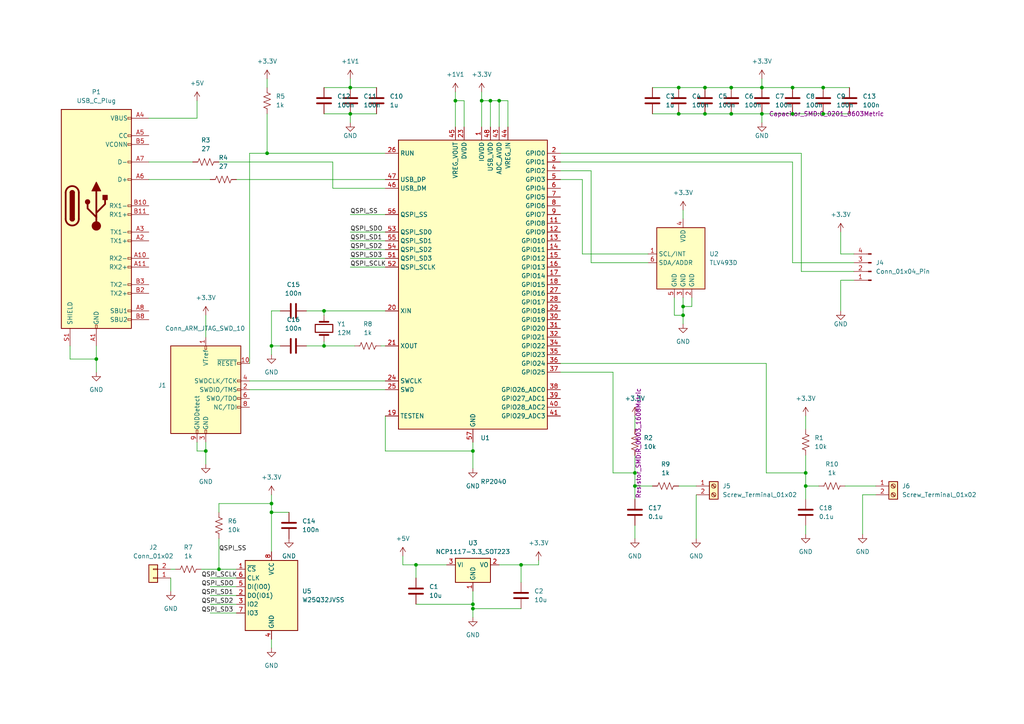
<source format=kicad_sch>
(kicad_sch (version 20230121) (generator eeschema)

  (uuid 3c5ca945-e315-4685-b8c2-2aea1653922a)

  (paper "A4")

  (lib_symbols
    (symbol "Connector:Conn_01x04_Pin" (pin_names (offset 1.016) hide) (in_bom yes) (on_board yes)
      (property "Reference" "J" (at 0 5.08 0)
        (effects (font (size 1.27 1.27)))
      )
      (property "Value" "Conn_01x04_Pin" (at 0 -7.62 0)
        (effects (font (size 1.27 1.27)))
      )
      (property "Footprint" "" (at 0 0 0)
        (effects (font (size 1.27 1.27)) hide)
      )
      (property "Datasheet" "~" (at 0 0 0)
        (effects (font (size 1.27 1.27)) hide)
      )
      (property "ki_locked" "" (at 0 0 0)
        (effects (font (size 1.27 1.27)))
      )
      (property "ki_keywords" "connector" (at 0 0 0)
        (effects (font (size 1.27 1.27)) hide)
      )
      (property "ki_description" "Generic connector, single row, 01x04, script generated" (at 0 0 0)
        (effects (font (size 1.27 1.27)) hide)
      )
      (property "ki_fp_filters" "Connector*:*_1x??_*" (at 0 0 0)
        (effects (font (size 1.27 1.27)) hide)
      )
      (symbol "Conn_01x04_Pin_1_1"
        (polyline
          (pts
            (xy 1.27 -5.08)
            (xy 0.8636 -5.08)
          )
          (stroke (width 0.1524) (type default))
          (fill (type none))
        )
        (polyline
          (pts
            (xy 1.27 -2.54)
            (xy 0.8636 -2.54)
          )
          (stroke (width 0.1524) (type default))
          (fill (type none))
        )
        (polyline
          (pts
            (xy 1.27 0)
            (xy 0.8636 0)
          )
          (stroke (width 0.1524) (type default))
          (fill (type none))
        )
        (polyline
          (pts
            (xy 1.27 2.54)
            (xy 0.8636 2.54)
          )
          (stroke (width 0.1524) (type default))
          (fill (type none))
        )
        (rectangle (start 0.8636 -4.953) (end 0 -5.207)
          (stroke (width 0.1524) (type default))
          (fill (type outline))
        )
        (rectangle (start 0.8636 -2.413) (end 0 -2.667)
          (stroke (width 0.1524) (type default))
          (fill (type outline))
        )
        (rectangle (start 0.8636 0.127) (end 0 -0.127)
          (stroke (width 0.1524) (type default))
          (fill (type outline))
        )
        (rectangle (start 0.8636 2.667) (end 0 2.413)
          (stroke (width 0.1524) (type default))
          (fill (type outline))
        )
        (pin passive line (at 5.08 2.54 180) (length 3.81)
          (name "Pin_1" (effects (font (size 1.27 1.27))))
          (number "1" (effects (font (size 1.27 1.27))))
        )
        (pin passive line (at 5.08 0 180) (length 3.81)
          (name "Pin_2" (effects (font (size 1.27 1.27))))
          (number "2" (effects (font (size 1.27 1.27))))
        )
        (pin passive line (at 5.08 -2.54 180) (length 3.81)
          (name "Pin_3" (effects (font (size 1.27 1.27))))
          (number "3" (effects (font (size 1.27 1.27))))
        )
        (pin passive line (at 5.08 -5.08 180) (length 3.81)
          (name "Pin_4" (effects (font (size 1.27 1.27))))
          (number "4" (effects (font (size 1.27 1.27))))
        )
      )
    )
    (symbol "Connector:Conn_ARM_JTAG_SWD_10" (pin_names (offset 1.016)) (in_bom yes) (on_board yes)
      (property "Reference" "J" (at -2.54 16.51 0)
        (effects (font (size 1.27 1.27)) (justify right))
      )
      (property "Value" "Conn_ARM_JTAG_SWD_10" (at -2.54 13.97 0)
        (effects (font (size 1.27 1.27)) (justify right bottom))
      )
      (property "Footprint" "" (at 0 0 0)
        (effects (font (size 1.27 1.27)) hide)
      )
      (property "Datasheet" "http://infocenter.arm.com/help/topic/com.arm.doc.ddi0314h/DDI0314H_coresight_components_trm.pdf" (at -8.89 -31.75 90)
        (effects (font (size 1.27 1.27)) hide)
      )
      (property "ki_keywords" "Cortex Debug Connector ARM SWD JTAG" (at 0 0 0)
        (effects (font (size 1.27 1.27)) hide)
      )
      (property "ki_description" "Cortex Debug Connector, standard ARM Cortex-M SWD and JTAG interface" (at 0 0 0)
        (effects (font (size 1.27 1.27)) hide)
      )
      (property "ki_fp_filters" "PinHeader?2x05?P1.27mm*" (at 0 0 0)
        (effects (font (size 1.27 1.27)) hide)
      )
      (symbol "Conn_ARM_JTAG_SWD_10_0_1"
        (rectangle (start -10.16 12.7) (end 10.16 -12.7)
          (stroke (width 0.254) (type default))
          (fill (type background))
        )
        (rectangle (start -2.794 -12.7) (end -2.286 -11.684)
          (stroke (width 0) (type default))
          (fill (type none))
        )
        (rectangle (start -0.254 -12.7) (end 0.254 -11.684)
          (stroke (width 0) (type default))
          (fill (type none))
        )
        (rectangle (start -0.254 12.7) (end 0.254 11.684)
          (stroke (width 0) (type default))
          (fill (type none))
        )
        (rectangle (start 9.144 2.286) (end 10.16 2.794)
          (stroke (width 0) (type default))
          (fill (type none))
        )
        (rectangle (start 10.16 -2.794) (end 9.144 -2.286)
          (stroke (width 0) (type default))
          (fill (type none))
        )
        (rectangle (start 10.16 -0.254) (end 9.144 0.254)
          (stroke (width 0) (type default))
          (fill (type none))
        )
        (rectangle (start 10.16 7.874) (end 9.144 7.366)
          (stroke (width 0) (type default))
          (fill (type none))
        )
      )
      (symbol "Conn_ARM_JTAG_SWD_10_1_1"
        (rectangle (start 9.144 -5.334) (end 10.16 -4.826)
          (stroke (width 0) (type default))
          (fill (type none))
        )
        (pin power_in line (at 0 15.24 270) (length 2.54)
          (name "VTref" (effects (font (size 1.27 1.27))))
          (number "1" (effects (font (size 1.27 1.27))))
        )
        (pin open_collector line (at 12.7 7.62 180) (length 2.54)
          (name "~{RESET}" (effects (font (size 1.27 1.27))))
          (number "10" (effects (font (size 1.27 1.27))))
        )
        (pin bidirectional line (at 12.7 0 180) (length 2.54)
          (name "SWDIO/TMS" (effects (font (size 1.27 1.27))))
          (number "2" (effects (font (size 1.27 1.27))))
        )
        (pin power_in line (at 0 -15.24 90) (length 2.54)
          (name "GND" (effects (font (size 1.27 1.27))))
          (number "3" (effects (font (size 1.27 1.27))))
        )
        (pin output line (at 12.7 2.54 180) (length 2.54)
          (name "SWDCLK/TCK" (effects (font (size 1.27 1.27))))
          (number "4" (effects (font (size 1.27 1.27))))
        )
        (pin passive line (at 0 -15.24 90) (length 2.54) hide
          (name "GND" (effects (font (size 1.27 1.27))))
          (number "5" (effects (font (size 1.27 1.27))))
        )
        (pin input line (at 12.7 -2.54 180) (length 2.54)
          (name "SWO/TDO" (effects (font (size 1.27 1.27))))
          (number "6" (effects (font (size 1.27 1.27))))
        )
        (pin no_connect line (at -10.16 0 0) (length 2.54) hide
          (name "KEY" (effects (font (size 1.27 1.27))))
          (number "7" (effects (font (size 1.27 1.27))))
        )
        (pin output line (at 12.7 -5.08 180) (length 2.54)
          (name "NC/TDI" (effects (font (size 1.27 1.27))))
          (number "8" (effects (font (size 1.27 1.27))))
        )
        (pin passive line (at -2.54 -15.24 90) (length 2.54)
          (name "GNDDetect" (effects (font (size 1.27 1.27))))
          (number "9" (effects (font (size 1.27 1.27))))
        )
      )
    )
    (symbol "Connector:Screw_Terminal_01x02" (pin_names (offset 1.016) hide) (in_bom yes) (on_board yes)
      (property "Reference" "J" (at 0 2.54 0)
        (effects (font (size 1.27 1.27)))
      )
      (property "Value" "Screw_Terminal_01x02" (at 0 -5.08 0)
        (effects (font (size 1.27 1.27)))
      )
      (property "Footprint" "" (at 0 0 0)
        (effects (font (size 1.27 1.27)) hide)
      )
      (property "Datasheet" "~" (at 0 0 0)
        (effects (font (size 1.27 1.27)) hide)
      )
      (property "ki_keywords" "screw terminal" (at 0 0 0)
        (effects (font (size 1.27 1.27)) hide)
      )
      (property "ki_description" "Generic screw terminal, single row, 01x02, script generated (kicad-library-utils/schlib/autogen/connector/)" (at 0 0 0)
        (effects (font (size 1.27 1.27)) hide)
      )
      (property "ki_fp_filters" "TerminalBlock*:*" (at 0 0 0)
        (effects (font (size 1.27 1.27)) hide)
      )
      (symbol "Screw_Terminal_01x02_1_1"
        (rectangle (start -1.27 1.27) (end 1.27 -3.81)
          (stroke (width 0.254) (type default))
          (fill (type background))
        )
        (circle (center 0 -2.54) (radius 0.635)
          (stroke (width 0.1524) (type default))
          (fill (type none))
        )
        (polyline
          (pts
            (xy -0.5334 -2.2098)
            (xy 0.3302 -3.048)
          )
          (stroke (width 0.1524) (type default))
          (fill (type none))
        )
        (polyline
          (pts
            (xy -0.5334 0.3302)
            (xy 0.3302 -0.508)
          )
          (stroke (width 0.1524) (type default))
          (fill (type none))
        )
        (polyline
          (pts
            (xy -0.3556 -2.032)
            (xy 0.508 -2.8702)
          )
          (stroke (width 0.1524) (type default))
          (fill (type none))
        )
        (polyline
          (pts
            (xy -0.3556 0.508)
            (xy 0.508 -0.3302)
          )
          (stroke (width 0.1524) (type default))
          (fill (type none))
        )
        (circle (center 0 0) (radius 0.635)
          (stroke (width 0.1524) (type default))
          (fill (type none))
        )
        (pin passive line (at -5.08 0 0) (length 3.81)
          (name "Pin_1" (effects (font (size 1.27 1.27))))
          (number "1" (effects (font (size 1.27 1.27))))
        )
        (pin passive line (at -5.08 -2.54 0) (length 3.81)
          (name "Pin_2" (effects (font (size 1.27 1.27))))
          (number "2" (effects (font (size 1.27 1.27))))
        )
      )
    )
    (symbol "Connector:USB_C_Plug" (pin_names (offset 1.016)) (in_bom yes) (on_board yes)
      (property "Reference" "P" (at -10.16 29.21 0)
        (effects (font (size 1.27 1.27)) (justify left))
      )
      (property "Value" "USB_C_Plug" (at 10.16 29.21 0)
        (effects (font (size 1.27 1.27)) (justify right))
      )
      (property "Footprint" "" (at 3.81 0 0)
        (effects (font (size 1.27 1.27)) hide)
      )
      (property "Datasheet" "https://www.usb.org/sites/default/files/documents/usb_type-c.zip" (at 3.81 0 0)
        (effects (font (size 1.27 1.27)) hide)
      )
      (property "ki_keywords" "usb universal serial bus" (at 0 0 0)
        (effects (font (size 1.27 1.27)) hide)
      )
      (property "ki_description" "USB Type-C Plug connector" (at 0 0 0)
        (effects (font (size 1.27 1.27)) hide)
      )
      (property "ki_fp_filters" "USB*C*Plug*" (at 0 0 0)
        (effects (font (size 1.27 1.27)) hide)
      )
      (symbol "USB_C_Plug_0_0"
        (rectangle (start -0.254 -35.56) (end 0.254 -34.544)
          (stroke (width 0) (type default))
          (fill (type none))
        )
        (rectangle (start 10.16 -32.766) (end 9.144 -33.274)
          (stroke (width 0) (type default))
          (fill (type none))
        )
        (rectangle (start 10.16 -30.226) (end 9.144 -30.734)
          (stroke (width 0) (type default))
          (fill (type none))
        )
        (rectangle (start 10.16 -25.146) (end 9.144 -25.654)
          (stroke (width 0) (type default))
          (fill (type none))
        )
        (rectangle (start 10.16 -22.606) (end 9.144 -23.114)
          (stroke (width 0) (type default))
          (fill (type none))
        )
        (rectangle (start 10.16 -17.526) (end 9.144 -18.034)
          (stroke (width 0) (type default))
          (fill (type none))
        )
        (rectangle (start 10.16 -14.986) (end 9.144 -15.494)
          (stroke (width 0) (type default))
          (fill (type none))
        )
        (rectangle (start 10.16 -9.906) (end 9.144 -10.414)
          (stroke (width 0) (type default))
          (fill (type none))
        )
        (rectangle (start 10.16 -7.366) (end 9.144 -7.874)
          (stroke (width 0) (type default))
          (fill (type none))
        )
        (rectangle (start 10.16 -2.286) (end 9.144 -2.794)
          (stroke (width 0) (type default))
          (fill (type none))
        )
        (rectangle (start 10.16 0.254) (end 9.144 -0.254)
          (stroke (width 0) (type default))
          (fill (type none))
        )
        (rectangle (start 10.16 7.874) (end 9.144 7.366)
          (stroke (width 0) (type default))
          (fill (type none))
        )
        (rectangle (start 10.16 12.954) (end 9.144 12.446)
          (stroke (width 0) (type default))
          (fill (type none))
        )
        (rectangle (start 10.16 18.034) (end 9.144 17.526)
          (stroke (width 0) (type default))
          (fill (type none))
        )
        (rectangle (start 10.16 20.574) (end 9.144 20.066)
          (stroke (width 0) (type default))
          (fill (type none))
        )
        (rectangle (start 10.16 25.654) (end 9.144 25.146)
          (stroke (width 0) (type default))
          (fill (type none))
        )
      )
      (symbol "USB_C_Plug_0_1"
        (rectangle (start -10.16 27.94) (end 10.16 -35.56)
          (stroke (width 0.254) (type default))
          (fill (type background))
        )
        (arc (start -8.89 -3.81) (mid -6.985 -5.7067) (end -5.08 -3.81)
          (stroke (width 0.508) (type default))
          (fill (type none))
        )
        (arc (start -7.62 -3.81) (mid -6.985 -4.4423) (end -6.35 -3.81)
          (stroke (width 0.254) (type default))
          (fill (type none))
        )
        (arc (start -7.62 -3.81) (mid -6.985 -4.4423) (end -6.35 -3.81)
          (stroke (width 0.254) (type default))
          (fill (type outline))
        )
        (rectangle (start -7.62 -3.81) (end -6.35 3.81)
          (stroke (width 0.254) (type default))
          (fill (type outline))
        )
        (arc (start -6.35 3.81) (mid -6.985 4.4423) (end -7.62 3.81)
          (stroke (width 0.254) (type default))
          (fill (type none))
        )
        (arc (start -6.35 3.81) (mid -6.985 4.4423) (end -7.62 3.81)
          (stroke (width 0.254) (type default))
          (fill (type outline))
        )
        (arc (start -5.08 3.81) (mid -6.985 5.7067) (end -8.89 3.81)
          (stroke (width 0.508) (type default))
          (fill (type none))
        )
        (polyline
          (pts
            (xy -8.89 -3.81)
            (xy -8.89 3.81)
          )
          (stroke (width 0.508) (type default))
          (fill (type none))
        )
        (polyline
          (pts
            (xy -5.08 3.81)
            (xy -5.08 -3.81)
          )
          (stroke (width 0.508) (type default))
          (fill (type none))
        )
      )
      (symbol "USB_C_Plug_1_1"
        (circle (center -2.54 1.143) (radius 0.635)
          (stroke (width 0.254) (type default))
          (fill (type outline))
        )
        (circle (center 0 -5.842) (radius 1.27)
          (stroke (width 0) (type default))
          (fill (type outline))
        )
        (polyline
          (pts
            (xy 0 -5.842)
            (xy 0 4.318)
          )
          (stroke (width 0.508) (type default))
          (fill (type none))
        )
        (polyline
          (pts
            (xy 0 -3.302)
            (xy -2.54 -0.762)
            (xy -2.54 0.508)
          )
          (stroke (width 0.508) (type default))
          (fill (type none))
        )
        (polyline
          (pts
            (xy 0 -2.032)
            (xy 2.54 0.508)
            (xy 2.54 1.778)
          )
          (stroke (width 0.508) (type default))
          (fill (type none))
        )
        (polyline
          (pts
            (xy -1.27 4.318)
            (xy 0 6.858)
            (xy 1.27 4.318)
            (xy -1.27 4.318)
          )
          (stroke (width 0.254) (type default))
          (fill (type outline))
        )
        (rectangle (start 1.905 1.778) (end 3.175 3.048)
          (stroke (width 0.254) (type default))
          (fill (type outline))
        )
        (pin passive line (at 0 -40.64 90) (length 5.08)
          (name "GND" (effects (font (size 1.27 1.27))))
          (number "A1" (effects (font (size 1.27 1.27))))
        )
        (pin bidirectional line (at 15.24 -15.24 180) (length 5.08)
          (name "RX2-" (effects (font (size 1.27 1.27))))
          (number "A10" (effects (font (size 1.27 1.27))))
        )
        (pin bidirectional line (at 15.24 -17.78 180) (length 5.08)
          (name "RX2+" (effects (font (size 1.27 1.27))))
          (number "A11" (effects (font (size 1.27 1.27))))
        )
        (pin passive line (at 0 -40.64 90) (length 5.08) hide
          (name "GND" (effects (font (size 1.27 1.27))))
          (number "A12" (effects (font (size 1.27 1.27))))
        )
        (pin bidirectional line (at 15.24 -10.16 180) (length 5.08)
          (name "TX1+" (effects (font (size 1.27 1.27))))
          (number "A2" (effects (font (size 1.27 1.27))))
        )
        (pin bidirectional line (at 15.24 -7.62 180) (length 5.08)
          (name "TX1-" (effects (font (size 1.27 1.27))))
          (number "A3" (effects (font (size 1.27 1.27))))
        )
        (pin passive line (at 15.24 25.4 180) (length 5.08)
          (name "VBUS" (effects (font (size 1.27 1.27))))
          (number "A4" (effects (font (size 1.27 1.27))))
        )
        (pin bidirectional line (at 15.24 20.32 180) (length 5.08)
          (name "CC" (effects (font (size 1.27 1.27))))
          (number "A5" (effects (font (size 1.27 1.27))))
        )
        (pin bidirectional line (at 15.24 7.62 180) (length 5.08)
          (name "D+" (effects (font (size 1.27 1.27))))
          (number "A6" (effects (font (size 1.27 1.27))))
        )
        (pin bidirectional line (at 15.24 12.7 180) (length 5.08)
          (name "D-" (effects (font (size 1.27 1.27))))
          (number "A7" (effects (font (size 1.27 1.27))))
        )
        (pin bidirectional line (at 15.24 -30.48 180) (length 5.08)
          (name "SBU1" (effects (font (size 1.27 1.27))))
          (number "A8" (effects (font (size 1.27 1.27))))
        )
        (pin passive line (at 15.24 25.4 180) (length 5.08) hide
          (name "VBUS" (effects (font (size 1.27 1.27))))
          (number "A9" (effects (font (size 1.27 1.27))))
        )
        (pin passive line (at 0 -40.64 90) (length 5.08) hide
          (name "GND" (effects (font (size 1.27 1.27))))
          (number "B1" (effects (font (size 1.27 1.27))))
        )
        (pin bidirectional line (at 15.24 0 180) (length 5.08)
          (name "RX1-" (effects (font (size 1.27 1.27))))
          (number "B10" (effects (font (size 1.27 1.27))))
        )
        (pin bidirectional line (at 15.24 -2.54 180) (length 5.08)
          (name "RX1+" (effects (font (size 1.27 1.27))))
          (number "B11" (effects (font (size 1.27 1.27))))
        )
        (pin passive line (at 0 -40.64 90) (length 5.08) hide
          (name "GND" (effects (font (size 1.27 1.27))))
          (number "B12" (effects (font (size 1.27 1.27))))
        )
        (pin bidirectional line (at 15.24 -25.4 180) (length 5.08)
          (name "TX2+" (effects (font (size 1.27 1.27))))
          (number "B2" (effects (font (size 1.27 1.27))))
        )
        (pin bidirectional line (at 15.24 -22.86 180) (length 5.08)
          (name "TX2-" (effects (font (size 1.27 1.27))))
          (number "B3" (effects (font (size 1.27 1.27))))
        )
        (pin passive line (at 15.24 25.4 180) (length 5.08) hide
          (name "VBUS" (effects (font (size 1.27 1.27))))
          (number "B4" (effects (font (size 1.27 1.27))))
        )
        (pin bidirectional line (at 15.24 17.78 180) (length 5.08)
          (name "VCONN" (effects (font (size 1.27 1.27))))
          (number "B5" (effects (font (size 1.27 1.27))))
        )
        (pin bidirectional line (at 15.24 -33.02 180) (length 5.08)
          (name "SBU2" (effects (font (size 1.27 1.27))))
          (number "B8" (effects (font (size 1.27 1.27))))
        )
        (pin passive line (at 15.24 25.4 180) (length 5.08) hide
          (name "VBUS" (effects (font (size 1.27 1.27))))
          (number "B9" (effects (font (size 1.27 1.27))))
        )
        (pin passive line (at -7.62 -40.64 90) (length 5.08)
          (name "SHIELD" (effects (font (size 1.27 1.27))))
          (number "S1" (effects (font (size 1.27 1.27))))
        )
      )
    )
    (symbol "Connector_Generic:Conn_01x02" (pin_names (offset 1.016) hide) (in_bom yes) (on_board yes)
      (property "Reference" "J" (at 0 2.54 0)
        (effects (font (size 1.27 1.27)))
      )
      (property "Value" "Conn_01x02" (at 0 -5.08 0)
        (effects (font (size 1.27 1.27)))
      )
      (property "Footprint" "" (at 0 0 0)
        (effects (font (size 1.27 1.27)) hide)
      )
      (property "Datasheet" "~" (at 0 0 0)
        (effects (font (size 1.27 1.27)) hide)
      )
      (property "ki_keywords" "connector" (at 0 0 0)
        (effects (font (size 1.27 1.27)) hide)
      )
      (property "ki_description" "Generic connector, single row, 01x02, script generated (kicad-library-utils/schlib/autogen/connector/)" (at 0 0 0)
        (effects (font (size 1.27 1.27)) hide)
      )
      (property "ki_fp_filters" "Connector*:*_1x??_*" (at 0 0 0)
        (effects (font (size 1.27 1.27)) hide)
      )
      (symbol "Conn_01x02_1_1"
        (rectangle (start -1.27 -2.413) (end 0 -2.667)
          (stroke (width 0.1524) (type default))
          (fill (type none))
        )
        (rectangle (start -1.27 0.127) (end 0 -0.127)
          (stroke (width 0.1524) (type default))
          (fill (type none))
        )
        (rectangle (start -1.27 1.27) (end 1.27 -3.81)
          (stroke (width 0.254) (type default))
          (fill (type background))
        )
        (pin passive line (at -5.08 0 0) (length 3.81)
          (name "Pin_1" (effects (font (size 1.27 1.27))))
          (number "1" (effects (font (size 1.27 1.27))))
        )
        (pin passive line (at -5.08 -2.54 0) (length 3.81)
          (name "Pin_2" (effects (font (size 1.27 1.27))))
          (number "2" (effects (font (size 1.27 1.27))))
        )
      )
    )
    (symbol "Device:C" (pin_numbers hide) (pin_names (offset 0.254)) (in_bom yes) (on_board yes)
      (property "Reference" "C" (at 0.635 2.54 0)
        (effects (font (size 1.27 1.27)) (justify left))
      )
      (property "Value" "C" (at 0.635 -2.54 0)
        (effects (font (size 1.27 1.27)) (justify left))
      )
      (property "Footprint" "" (at 0.9652 -3.81 0)
        (effects (font (size 1.27 1.27)) hide)
      )
      (property "Datasheet" "~" (at 0 0 0)
        (effects (font (size 1.27 1.27)) hide)
      )
      (property "ki_keywords" "cap capacitor" (at 0 0 0)
        (effects (font (size 1.27 1.27)) hide)
      )
      (property "ki_description" "Unpolarized capacitor" (at 0 0 0)
        (effects (font (size 1.27 1.27)) hide)
      )
      (property "ki_fp_filters" "C_*" (at 0 0 0)
        (effects (font (size 1.27 1.27)) hide)
      )
      (symbol "C_0_1"
        (polyline
          (pts
            (xy -2.032 -0.762)
            (xy 2.032 -0.762)
          )
          (stroke (width 0.508) (type default))
          (fill (type none))
        )
        (polyline
          (pts
            (xy -2.032 0.762)
            (xy 2.032 0.762)
          )
          (stroke (width 0.508) (type default))
          (fill (type none))
        )
      )
      (symbol "C_1_1"
        (pin passive line (at 0 3.81 270) (length 2.794)
          (name "~" (effects (font (size 1.27 1.27))))
          (number "1" (effects (font (size 1.27 1.27))))
        )
        (pin passive line (at 0 -3.81 90) (length 2.794)
          (name "~" (effects (font (size 1.27 1.27))))
          (number "2" (effects (font (size 1.27 1.27))))
        )
      )
    )
    (symbol "Device:Crystal" (pin_numbers hide) (pin_names (offset 1.016) hide) (in_bom yes) (on_board yes)
      (property "Reference" "Y" (at 0 3.81 0)
        (effects (font (size 1.27 1.27)))
      )
      (property "Value" "Crystal" (at 0 -3.81 0)
        (effects (font (size 1.27 1.27)))
      )
      (property "Footprint" "" (at 0 0 0)
        (effects (font (size 1.27 1.27)) hide)
      )
      (property "Datasheet" "~" (at 0 0 0)
        (effects (font (size 1.27 1.27)) hide)
      )
      (property "ki_keywords" "quartz ceramic resonator oscillator" (at 0 0 0)
        (effects (font (size 1.27 1.27)) hide)
      )
      (property "ki_description" "Two pin crystal" (at 0 0 0)
        (effects (font (size 1.27 1.27)) hide)
      )
      (property "ki_fp_filters" "Crystal*" (at 0 0 0)
        (effects (font (size 1.27 1.27)) hide)
      )
      (symbol "Crystal_0_1"
        (rectangle (start -1.143 2.54) (end 1.143 -2.54)
          (stroke (width 0.3048) (type default))
          (fill (type none))
        )
        (polyline
          (pts
            (xy -2.54 0)
            (xy -1.905 0)
          )
          (stroke (width 0) (type default))
          (fill (type none))
        )
        (polyline
          (pts
            (xy -1.905 -1.27)
            (xy -1.905 1.27)
          )
          (stroke (width 0.508) (type default))
          (fill (type none))
        )
        (polyline
          (pts
            (xy 1.905 -1.27)
            (xy 1.905 1.27)
          )
          (stroke (width 0.508) (type default))
          (fill (type none))
        )
        (polyline
          (pts
            (xy 2.54 0)
            (xy 1.905 0)
          )
          (stroke (width 0) (type default))
          (fill (type none))
        )
      )
      (symbol "Crystal_1_1"
        (pin passive line (at -3.81 0 0) (length 1.27)
          (name "1" (effects (font (size 1.27 1.27))))
          (number "1" (effects (font (size 1.27 1.27))))
        )
        (pin passive line (at 3.81 0 180) (length 1.27)
          (name "2" (effects (font (size 1.27 1.27))))
          (number "2" (effects (font (size 1.27 1.27))))
        )
      )
    )
    (symbol "Device:R_US" (pin_numbers hide) (pin_names (offset 0)) (in_bom yes) (on_board yes)
      (property "Reference" "R" (at 2.54 0 90)
        (effects (font (size 1.27 1.27)))
      )
      (property "Value" "R_US" (at -2.54 0 90)
        (effects (font (size 1.27 1.27)))
      )
      (property "Footprint" "" (at 1.016 -0.254 90)
        (effects (font (size 1.27 1.27)) hide)
      )
      (property "Datasheet" "~" (at 0 0 0)
        (effects (font (size 1.27 1.27)) hide)
      )
      (property "ki_keywords" "R res resistor" (at 0 0 0)
        (effects (font (size 1.27 1.27)) hide)
      )
      (property "ki_description" "Resistor, US symbol" (at 0 0 0)
        (effects (font (size 1.27 1.27)) hide)
      )
      (property "ki_fp_filters" "R_*" (at 0 0 0)
        (effects (font (size 1.27 1.27)) hide)
      )
      (symbol "R_US_0_1"
        (polyline
          (pts
            (xy 0 -2.286)
            (xy 0 -2.54)
          )
          (stroke (width 0) (type default))
          (fill (type none))
        )
        (polyline
          (pts
            (xy 0 2.286)
            (xy 0 2.54)
          )
          (stroke (width 0) (type default))
          (fill (type none))
        )
        (polyline
          (pts
            (xy 0 -0.762)
            (xy 1.016 -1.143)
            (xy 0 -1.524)
            (xy -1.016 -1.905)
            (xy 0 -2.286)
          )
          (stroke (width 0) (type default))
          (fill (type none))
        )
        (polyline
          (pts
            (xy 0 0.762)
            (xy 1.016 0.381)
            (xy 0 0)
            (xy -1.016 -0.381)
            (xy 0 -0.762)
          )
          (stroke (width 0) (type default))
          (fill (type none))
        )
        (polyline
          (pts
            (xy 0 2.286)
            (xy 1.016 1.905)
            (xy 0 1.524)
            (xy -1.016 1.143)
            (xy 0 0.762)
          )
          (stroke (width 0) (type default))
          (fill (type none))
        )
      )
      (symbol "R_US_1_1"
        (pin passive line (at 0 3.81 270) (length 1.27)
          (name "~" (effects (font (size 1.27 1.27))))
          (number "1" (effects (font (size 1.27 1.27))))
        )
        (pin passive line (at 0 -3.81 90) (length 1.27)
          (name "~" (effects (font (size 1.27 1.27))))
          (number "2" (effects (font (size 1.27 1.27))))
        )
      )
    )
    (symbol "MCU_RaspberryPi:RP2040" (in_bom yes) (on_board yes)
      (property "Reference" "U" (at 17.78 45.72 0)
        (effects (font (size 1.27 1.27)))
      )
      (property "Value" "RP2040" (at 17.78 43.18 0)
        (effects (font (size 1.27 1.27)))
      )
      (property "Footprint" "Package_DFN_QFN:QFN-56-1EP_7x7mm_P0.4mm_EP3.2x3.2mm" (at 0 0 0)
        (effects (font (size 1.27 1.27)) hide)
      )
      (property "Datasheet" "https://datasheets.raspberrypi.com/rp2040/rp2040-datasheet.pdf" (at 0 0 0)
        (effects (font (size 1.27 1.27)) hide)
      )
      (property "ki_keywords" "RP2040 ARM Cortex-M0+ USB" (at 0 0 0)
        (effects (font (size 1.27 1.27)) hide)
      )
      (property "ki_description" "A microcontroller by Raspberry Pi" (at 0 0 0)
        (effects (font (size 1.27 1.27)) hide)
      )
      (property "ki_fp_filters" "QFN*1EP*7x7mm?P0.4mm*" (at 0 0 0)
        (effects (font (size 1.27 1.27)) hide)
      )
      (symbol "RP2040_0_1"
        (rectangle (start -21.59 41.91) (end 21.59 -41.91)
          (stroke (width 0.254) (type default))
          (fill (type background))
        )
      )
      (symbol "RP2040_1_1"
        (pin power_in line (at 2.54 45.72 270) (length 3.81)
          (name "IOVDD" (effects (font (size 1.27 1.27))))
          (number "1" (effects (font (size 1.27 1.27))))
        )
        (pin passive line (at 2.54 45.72 270) (length 3.81) hide
          (name "IOVDD" (effects (font (size 1.27 1.27))))
          (number "10" (effects (font (size 1.27 1.27))))
        )
        (pin bidirectional line (at 25.4 17.78 180) (length 3.81)
          (name "GPIO8" (effects (font (size 1.27 1.27))))
          (number "11" (effects (font (size 1.27 1.27))))
        )
        (pin bidirectional line (at 25.4 15.24 180) (length 3.81)
          (name "GPIO9" (effects (font (size 1.27 1.27))))
          (number "12" (effects (font (size 1.27 1.27))))
        )
        (pin bidirectional line (at 25.4 12.7 180) (length 3.81)
          (name "GPIO10" (effects (font (size 1.27 1.27))))
          (number "13" (effects (font (size 1.27 1.27))))
        )
        (pin bidirectional line (at 25.4 10.16 180) (length 3.81)
          (name "GPIO11" (effects (font (size 1.27 1.27))))
          (number "14" (effects (font (size 1.27 1.27))))
        )
        (pin bidirectional line (at 25.4 7.62 180) (length 3.81)
          (name "GPIO12" (effects (font (size 1.27 1.27))))
          (number "15" (effects (font (size 1.27 1.27))))
        )
        (pin bidirectional line (at 25.4 5.08 180) (length 3.81)
          (name "GPIO13" (effects (font (size 1.27 1.27))))
          (number "16" (effects (font (size 1.27 1.27))))
        )
        (pin bidirectional line (at 25.4 2.54 180) (length 3.81)
          (name "GPIO14" (effects (font (size 1.27 1.27))))
          (number "17" (effects (font (size 1.27 1.27))))
        )
        (pin bidirectional line (at 25.4 0 180) (length 3.81)
          (name "GPIO15" (effects (font (size 1.27 1.27))))
          (number "18" (effects (font (size 1.27 1.27))))
        )
        (pin input line (at -25.4 -38.1 0) (length 3.81)
          (name "TESTEN" (effects (font (size 1.27 1.27))))
          (number "19" (effects (font (size 1.27 1.27))))
        )
        (pin bidirectional line (at 25.4 38.1 180) (length 3.81)
          (name "GPIO0" (effects (font (size 1.27 1.27))))
          (number "2" (effects (font (size 1.27 1.27))))
        )
        (pin input line (at -25.4 -7.62 0) (length 3.81)
          (name "XIN" (effects (font (size 1.27 1.27))))
          (number "20" (effects (font (size 1.27 1.27))))
        )
        (pin passive line (at -25.4 -17.78 0) (length 3.81)
          (name "XOUT" (effects (font (size 1.27 1.27))))
          (number "21" (effects (font (size 1.27 1.27))))
        )
        (pin passive line (at 2.54 45.72 270) (length 3.81) hide
          (name "IOVDD" (effects (font (size 1.27 1.27))))
          (number "22" (effects (font (size 1.27 1.27))))
        )
        (pin power_in line (at -2.54 45.72 270) (length 3.81)
          (name "DVDD" (effects (font (size 1.27 1.27))))
          (number "23" (effects (font (size 1.27 1.27))))
        )
        (pin input line (at -25.4 -27.94 0) (length 3.81)
          (name "SWCLK" (effects (font (size 1.27 1.27))))
          (number "24" (effects (font (size 1.27 1.27))))
        )
        (pin bidirectional line (at -25.4 -30.48 0) (length 3.81)
          (name "SWD" (effects (font (size 1.27 1.27))))
          (number "25" (effects (font (size 1.27 1.27))))
        )
        (pin input line (at -25.4 38.1 0) (length 3.81)
          (name "RUN" (effects (font (size 1.27 1.27))))
          (number "26" (effects (font (size 1.27 1.27))))
        )
        (pin bidirectional line (at 25.4 -2.54 180) (length 3.81)
          (name "GPIO16" (effects (font (size 1.27 1.27))))
          (number "27" (effects (font (size 1.27 1.27))))
        )
        (pin bidirectional line (at 25.4 -5.08 180) (length 3.81)
          (name "GPIO17" (effects (font (size 1.27 1.27))))
          (number "28" (effects (font (size 1.27 1.27))))
        )
        (pin bidirectional line (at 25.4 -7.62 180) (length 3.81)
          (name "GPIO18" (effects (font (size 1.27 1.27))))
          (number "29" (effects (font (size 1.27 1.27))))
        )
        (pin bidirectional line (at 25.4 35.56 180) (length 3.81)
          (name "GPIO1" (effects (font (size 1.27 1.27))))
          (number "3" (effects (font (size 1.27 1.27))))
        )
        (pin bidirectional line (at 25.4 -10.16 180) (length 3.81)
          (name "GPIO19" (effects (font (size 1.27 1.27))))
          (number "30" (effects (font (size 1.27 1.27))))
        )
        (pin bidirectional line (at 25.4 -12.7 180) (length 3.81)
          (name "GPIO20" (effects (font (size 1.27 1.27))))
          (number "31" (effects (font (size 1.27 1.27))))
        )
        (pin bidirectional line (at 25.4 -15.24 180) (length 3.81)
          (name "GPIO21" (effects (font (size 1.27 1.27))))
          (number "32" (effects (font (size 1.27 1.27))))
        )
        (pin passive line (at 2.54 45.72 270) (length 3.81) hide
          (name "IOVDD" (effects (font (size 1.27 1.27))))
          (number "33" (effects (font (size 1.27 1.27))))
        )
        (pin bidirectional line (at 25.4 -17.78 180) (length 3.81)
          (name "GPIO22" (effects (font (size 1.27 1.27))))
          (number "34" (effects (font (size 1.27 1.27))))
        )
        (pin bidirectional line (at 25.4 -20.32 180) (length 3.81)
          (name "GPIO23" (effects (font (size 1.27 1.27))))
          (number "35" (effects (font (size 1.27 1.27))))
        )
        (pin bidirectional line (at 25.4 -22.86 180) (length 3.81)
          (name "GPIO24" (effects (font (size 1.27 1.27))))
          (number "36" (effects (font (size 1.27 1.27))))
        )
        (pin bidirectional line (at 25.4 -25.4 180) (length 3.81)
          (name "GPIO25" (effects (font (size 1.27 1.27))))
          (number "37" (effects (font (size 1.27 1.27))))
        )
        (pin bidirectional line (at 25.4 -30.48 180) (length 3.81)
          (name "GPIO26_ADC0" (effects (font (size 1.27 1.27))))
          (number "38" (effects (font (size 1.27 1.27))))
        )
        (pin bidirectional line (at 25.4 -33.02 180) (length 3.81)
          (name "GPIO27_ADC1" (effects (font (size 1.27 1.27))))
          (number "39" (effects (font (size 1.27 1.27))))
        )
        (pin bidirectional line (at 25.4 33.02 180) (length 3.81)
          (name "GPIO2" (effects (font (size 1.27 1.27))))
          (number "4" (effects (font (size 1.27 1.27))))
        )
        (pin bidirectional line (at 25.4 -35.56 180) (length 3.81)
          (name "GPIO28_ADC2" (effects (font (size 1.27 1.27))))
          (number "40" (effects (font (size 1.27 1.27))))
        )
        (pin bidirectional line (at 25.4 -38.1 180) (length 3.81)
          (name "GPIO29_ADC3" (effects (font (size 1.27 1.27))))
          (number "41" (effects (font (size 1.27 1.27))))
        )
        (pin passive line (at 2.54 45.72 270) (length 3.81) hide
          (name "IOVDD" (effects (font (size 1.27 1.27))))
          (number "42" (effects (font (size 1.27 1.27))))
        )
        (pin power_in line (at 7.62 45.72 270) (length 3.81)
          (name "ADC_AVDD" (effects (font (size 1.27 1.27))))
          (number "43" (effects (font (size 1.27 1.27))))
        )
        (pin power_in line (at 10.16 45.72 270) (length 3.81)
          (name "VREG_IN" (effects (font (size 1.27 1.27))))
          (number "44" (effects (font (size 1.27 1.27))))
        )
        (pin power_out line (at -5.08 45.72 270) (length 3.81)
          (name "VREG_VOUT" (effects (font (size 1.27 1.27))))
          (number "45" (effects (font (size 1.27 1.27))))
        )
        (pin bidirectional line (at -25.4 27.94 0) (length 3.81)
          (name "USB_DM" (effects (font (size 1.27 1.27))))
          (number "46" (effects (font (size 1.27 1.27))))
        )
        (pin bidirectional line (at -25.4 30.48 0) (length 3.81)
          (name "USB_DP" (effects (font (size 1.27 1.27))))
          (number "47" (effects (font (size 1.27 1.27))))
        )
        (pin power_in line (at 5.08 45.72 270) (length 3.81)
          (name "USB_VDD" (effects (font (size 1.27 1.27))))
          (number "48" (effects (font (size 1.27 1.27))))
        )
        (pin passive line (at 2.54 45.72 270) (length 3.81) hide
          (name "IOVDD" (effects (font (size 1.27 1.27))))
          (number "49" (effects (font (size 1.27 1.27))))
        )
        (pin bidirectional line (at 25.4 30.48 180) (length 3.81)
          (name "GPIO3" (effects (font (size 1.27 1.27))))
          (number "5" (effects (font (size 1.27 1.27))))
        )
        (pin passive line (at -2.54 45.72 270) (length 3.81) hide
          (name "DVDD" (effects (font (size 1.27 1.27))))
          (number "50" (effects (font (size 1.27 1.27))))
        )
        (pin bidirectional line (at -25.4 7.62 0) (length 3.81)
          (name "QSPI_SD3" (effects (font (size 1.27 1.27))))
          (number "51" (effects (font (size 1.27 1.27))))
        )
        (pin output line (at -25.4 5.08 0) (length 3.81)
          (name "QSPI_SCLK" (effects (font (size 1.27 1.27))))
          (number "52" (effects (font (size 1.27 1.27))))
        )
        (pin bidirectional line (at -25.4 15.24 0) (length 3.81)
          (name "QSPI_SD0" (effects (font (size 1.27 1.27))))
          (number "53" (effects (font (size 1.27 1.27))))
        )
        (pin bidirectional line (at -25.4 10.16 0) (length 3.81)
          (name "QSPI_SD2" (effects (font (size 1.27 1.27))))
          (number "54" (effects (font (size 1.27 1.27))))
        )
        (pin bidirectional line (at -25.4 12.7 0) (length 3.81)
          (name "QSPI_SD1" (effects (font (size 1.27 1.27))))
          (number "55" (effects (font (size 1.27 1.27))))
        )
        (pin bidirectional line (at -25.4 20.32 0) (length 3.81)
          (name "QSPI_SS" (effects (font (size 1.27 1.27))))
          (number "56" (effects (font (size 1.27 1.27))))
        )
        (pin power_in line (at 0 -45.72 90) (length 3.81)
          (name "GND" (effects (font (size 1.27 1.27))))
          (number "57" (effects (font (size 1.27 1.27))))
        )
        (pin bidirectional line (at 25.4 27.94 180) (length 3.81)
          (name "GPIO4" (effects (font (size 1.27 1.27))))
          (number "6" (effects (font (size 1.27 1.27))))
        )
        (pin bidirectional line (at 25.4 25.4 180) (length 3.81)
          (name "GPIO5" (effects (font (size 1.27 1.27))))
          (number "7" (effects (font (size 1.27 1.27))))
        )
        (pin bidirectional line (at 25.4 22.86 180) (length 3.81)
          (name "GPIO6" (effects (font (size 1.27 1.27))))
          (number "8" (effects (font (size 1.27 1.27))))
        )
        (pin bidirectional line (at 25.4 20.32 180) (length 3.81)
          (name "GPIO7" (effects (font (size 1.27 1.27))))
          (number "9" (effects (font (size 1.27 1.27))))
        )
      )
    )
    (symbol "Memory_Flash:W25Q32JVSS" (in_bom yes) (on_board yes)
      (property "Reference" "U" (at -6.35 11.43 0)
        (effects (font (size 1.27 1.27)))
      )
      (property "Value" "W25Q32JVSS" (at 7.62 11.43 0)
        (effects (font (size 1.27 1.27)))
      )
      (property "Footprint" "Package_SO:SOIC-8_5.23x5.23mm_P1.27mm" (at 0 0 0)
        (effects (font (size 1.27 1.27)) hide)
      )
      (property "Datasheet" "http://www.winbond.com/resource-files/w25q32jv%20revg%2003272018%20plus.pdf" (at 0 0 0)
        (effects (font (size 1.27 1.27)) hide)
      )
      (property "ki_keywords" "flash memory SPI" (at 0 0 0)
        (effects (font (size 1.27 1.27)) hide)
      )
      (property "ki_description" "32Mb Serial Flash Memory, Standard/Dual/Quad SPI, SOIC-8" (at 0 0 0)
        (effects (font (size 1.27 1.27)) hide)
      )
      (property "ki_fp_filters" "SOIC*5.23x5.23mm*P1.27mm*" (at 0 0 0)
        (effects (font (size 1.27 1.27)) hide)
      )
      (symbol "W25Q32JVSS_0_1"
        (rectangle (start -7.62 10.16) (end 7.62 -10.16)
          (stroke (width 0.254) (type default))
          (fill (type background))
        )
      )
      (symbol "W25Q32JVSS_1_1"
        (pin input line (at -10.16 7.62 0) (length 2.54)
          (name "~{CS}" (effects (font (size 1.27 1.27))))
          (number "1" (effects (font (size 1.27 1.27))))
        )
        (pin bidirectional line (at -10.16 0 0) (length 2.54)
          (name "DO(IO1)" (effects (font (size 1.27 1.27))))
          (number "2" (effects (font (size 1.27 1.27))))
        )
        (pin bidirectional line (at -10.16 -2.54 0) (length 2.54)
          (name "IO2" (effects (font (size 1.27 1.27))))
          (number "3" (effects (font (size 1.27 1.27))))
        )
        (pin power_in line (at 0 -12.7 90) (length 2.54)
          (name "GND" (effects (font (size 1.27 1.27))))
          (number "4" (effects (font (size 1.27 1.27))))
        )
        (pin bidirectional line (at -10.16 2.54 0) (length 2.54)
          (name "DI(IO0)" (effects (font (size 1.27 1.27))))
          (number "5" (effects (font (size 1.27 1.27))))
        )
        (pin input line (at -10.16 5.08 0) (length 2.54)
          (name "CLK" (effects (font (size 1.27 1.27))))
          (number "6" (effects (font (size 1.27 1.27))))
        )
        (pin bidirectional line (at -10.16 -5.08 0) (length 2.54)
          (name "IO3" (effects (font (size 1.27 1.27))))
          (number "7" (effects (font (size 1.27 1.27))))
        )
        (pin power_in line (at 0 12.7 270) (length 2.54)
          (name "VCC" (effects (font (size 1.27 1.27))))
          (number "8" (effects (font (size 1.27 1.27))))
        )
      )
    )
    (symbol "Regulator_Linear:NCP1117-3.3_SOT223" (in_bom yes) (on_board yes)
      (property "Reference" "U" (at -3.81 3.175 0)
        (effects (font (size 1.27 1.27)))
      )
      (property "Value" "NCP1117-3.3_SOT223" (at 0 3.175 0)
        (effects (font (size 1.27 1.27)) (justify left))
      )
      (property "Footprint" "Package_TO_SOT_SMD:SOT-223-3_TabPin2" (at 0 5.08 0)
        (effects (font (size 1.27 1.27)) hide)
      )
      (property "Datasheet" "http://www.onsemi.com/pub_link/Collateral/NCP1117-D.PDF" (at 2.54 -6.35 0)
        (effects (font (size 1.27 1.27)) hide)
      )
      (property "ki_keywords" "REGULATOR LDO 3.3V" (at 0 0 0)
        (effects (font (size 1.27 1.27)) hide)
      )
      (property "ki_description" "1A Low drop-out regulator, Fixed Output 3.3V, SOT-223" (at 0 0 0)
        (effects (font (size 1.27 1.27)) hide)
      )
      (property "ki_fp_filters" "SOT?223*TabPin2*" (at 0 0 0)
        (effects (font (size 1.27 1.27)) hide)
      )
      (symbol "NCP1117-3.3_SOT223_0_1"
        (rectangle (start -5.08 -5.08) (end 5.08 1.905)
          (stroke (width 0.254) (type default))
          (fill (type background))
        )
      )
      (symbol "NCP1117-3.3_SOT223_1_1"
        (pin power_in line (at 0 -7.62 90) (length 2.54)
          (name "GND" (effects (font (size 1.27 1.27))))
          (number "1" (effects (font (size 1.27 1.27))))
        )
        (pin power_out line (at 7.62 0 180) (length 2.54)
          (name "VO" (effects (font (size 1.27 1.27))))
          (number "2" (effects (font (size 1.27 1.27))))
        )
        (pin power_in line (at -7.62 0 0) (length 2.54)
          (name "VI" (effects (font (size 1.27 1.27))))
          (number "3" (effects (font (size 1.27 1.27))))
        )
      )
    )
    (symbol "Sensor_Magnetic:TLV493D" (in_bom yes) (on_board yes)
      (property "Reference" "U" (at -6.35 11.43 0)
        (effects (font (size 1.27 1.27)))
      )
      (property "Value" "TLV493D" (at 5.08 11.43 0)
        (effects (font (size 1.27 1.27)))
      )
      (property "Footprint" "Package_TO_SOT_SMD:SOT-23-6" (at -1.27 -12.7 0)
        (effects (font (size 1.27 1.27)) hide)
      )
      (property "Datasheet" "http://www.infineon.com/dgdl/Infineon-TLV493D-A1B6-DS-v01_00-EN.pdf?fileId=5546d462525dbac40152a6b85c760e80" (at -3.81 12.7 0)
        (effects (font (size 1.27 1.27)) hide)
      )
      (property "ki_keywords" "magnetic field i2c" (at 0 0 0)
        (effects (font (size 1.27 1.27)) hide)
      )
      (property "ki_description" "Low power 3D magnetic sensor, I2C interface, SOT-23-6" (at 0 0 0)
        (effects (font (size 1.27 1.27)) hide)
      )
      (property "ki_fp_filters" "SOT?23*" (at 0 0 0)
        (effects (font (size 1.27 1.27)) hide)
      )
      (symbol "TLV493D_0_1"
        (rectangle (start -7.62 10.16) (end 6.35 -7.62)
          (stroke (width 0.254) (type default))
          (fill (type background))
        )
      )
      (symbol "TLV493D_1_1"
        (pin bidirectional line (at -10.16 2.54 0) (length 2.54)
          (name "SCL/INT" (effects (font (size 1.27 1.27))))
          (number "1" (effects (font (size 1.27 1.27))))
        )
        (pin power_in line (at 2.54 -10.16 90) (length 2.54)
          (name "GND" (effects (font (size 1.27 1.27))))
          (number "2" (effects (font (size 1.27 1.27))))
        )
        (pin power_in line (at 0 -10.16 90) (length 2.54)
          (name "GND" (effects (font (size 1.27 1.27))))
          (number "3" (effects (font (size 1.27 1.27))))
        )
        (pin power_in line (at 0 12.7 270) (length 2.54)
          (name "VDD" (effects (font (size 1.27 1.27))))
          (number "4" (effects (font (size 1.27 1.27))))
        )
        (pin power_in line (at -2.54 -10.16 90) (length 2.54)
          (name "GND" (effects (font (size 1.27 1.27))))
          (number "5" (effects (font (size 1.27 1.27))))
        )
        (pin bidirectional line (at -10.16 0 0) (length 2.54)
          (name "SDA/ADDR" (effects (font (size 1.27 1.27))))
          (number "6" (effects (font (size 1.27 1.27))))
        )
      )
    )
    (symbol "power:+1V1" (power) (pin_names (offset 0)) (in_bom yes) (on_board yes)
      (property "Reference" "#PWR" (at 0 -3.81 0)
        (effects (font (size 1.27 1.27)) hide)
      )
      (property "Value" "+1V1" (at 0 3.556 0)
        (effects (font (size 1.27 1.27)))
      )
      (property "Footprint" "" (at 0 0 0)
        (effects (font (size 1.27 1.27)) hide)
      )
      (property "Datasheet" "" (at 0 0 0)
        (effects (font (size 1.27 1.27)) hide)
      )
      (property "ki_keywords" "global power" (at 0 0 0)
        (effects (font (size 1.27 1.27)) hide)
      )
      (property "ki_description" "Power symbol creates a global label with name \"+1V1\"" (at 0 0 0)
        (effects (font (size 1.27 1.27)) hide)
      )
      (symbol "+1V1_0_1"
        (polyline
          (pts
            (xy -0.762 1.27)
            (xy 0 2.54)
          )
          (stroke (width 0) (type default))
          (fill (type none))
        )
        (polyline
          (pts
            (xy 0 0)
            (xy 0 2.54)
          )
          (stroke (width 0) (type default))
          (fill (type none))
        )
        (polyline
          (pts
            (xy 0 2.54)
            (xy 0.762 1.27)
          )
          (stroke (width 0) (type default))
          (fill (type none))
        )
      )
      (symbol "+1V1_1_1"
        (pin power_in line (at 0 0 90) (length 0) hide
          (name "+1V1" (effects (font (size 1.27 1.27))))
          (number "1" (effects (font (size 1.27 1.27))))
        )
      )
    )
    (symbol "power:+3.3V" (power) (pin_names (offset 0)) (in_bom yes) (on_board yes)
      (property "Reference" "#PWR" (at 0 -3.81 0)
        (effects (font (size 1.27 1.27)) hide)
      )
      (property "Value" "+3.3V" (at 0 3.556 0)
        (effects (font (size 1.27 1.27)))
      )
      (property "Footprint" "" (at 0 0 0)
        (effects (font (size 1.27 1.27)) hide)
      )
      (property "Datasheet" "" (at 0 0 0)
        (effects (font (size 1.27 1.27)) hide)
      )
      (property "ki_keywords" "global power" (at 0 0 0)
        (effects (font (size 1.27 1.27)) hide)
      )
      (property "ki_description" "Power symbol creates a global label with name \"+3.3V\"" (at 0 0 0)
        (effects (font (size 1.27 1.27)) hide)
      )
      (symbol "+3.3V_0_1"
        (polyline
          (pts
            (xy -0.762 1.27)
            (xy 0 2.54)
          )
          (stroke (width 0) (type default))
          (fill (type none))
        )
        (polyline
          (pts
            (xy 0 0)
            (xy 0 2.54)
          )
          (stroke (width 0) (type default))
          (fill (type none))
        )
        (polyline
          (pts
            (xy 0 2.54)
            (xy 0.762 1.27)
          )
          (stroke (width 0) (type default))
          (fill (type none))
        )
      )
      (symbol "+3.3V_1_1"
        (pin power_in line (at 0 0 90) (length 0) hide
          (name "+3.3V" (effects (font (size 1.27 1.27))))
          (number "1" (effects (font (size 1.27 1.27))))
        )
      )
    )
    (symbol "power:+5V" (power) (pin_names (offset 0)) (in_bom yes) (on_board yes)
      (property "Reference" "#PWR" (at 0 -3.81 0)
        (effects (font (size 1.27 1.27)) hide)
      )
      (property "Value" "+5V" (at 0 3.556 0)
        (effects (font (size 1.27 1.27)))
      )
      (property "Footprint" "" (at 0 0 0)
        (effects (font (size 1.27 1.27)) hide)
      )
      (property "Datasheet" "" (at 0 0 0)
        (effects (font (size 1.27 1.27)) hide)
      )
      (property "ki_keywords" "global power" (at 0 0 0)
        (effects (font (size 1.27 1.27)) hide)
      )
      (property "ki_description" "Power symbol creates a global label with name \"+5V\"" (at 0 0 0)
        (effects (font (size 1.27 1.27)) hide)
      )
      (symbol "+5V_0_1"
        (polyline
          (pts
            (xy -0.762 1.27)
            (xy 0 2.54)
          )
          (stroke (width 0) (type default))
          (fill (type none))
        )
        (polyline
          (pts
            (xy 0 0)
            (xy 0 2.54)
          )
          (stroke (width 0) (type default))
          (fill (type none))
        )
        (polyline
          (pts
            (xy 0 2.54)
            (xy 0.762 1.27)
          )
          (stroke (width 0) (type default))
          (fill (type none))
        )
      )
      (symbol "+5V_1_1"
        (pin power_in line (at 0 0 90) (length 0) hide
          (name "+5V" (effects (font (size 1.27 1.27))))
          (number "1" (effects (font (size 1.27 1.27))))
        )
      )
    )
    (symbol "power:GND" (power) (pin_names (offset 0)) (in_bom yes) (on_board yes)
      (property "Reference" "#PWR" (at 0 -6.35 0)
        (effects (font (size 1.27 1.27)) hide)
      )
      (property "Value" "GND" (at 0 -3.81 0)
        (effects (font (size 1.27 1.27)))
      )
      (property "Footprint" "" (at 0 0 0)
        (effects (font (size 1.27 1.27)) hide)
      )
      (property "Datasheet" "" (at 0 0 0)
        (effects (font (size 1.27 1.27)) hide)
      )
      (property "ki_keywords" "global power" (at 0 0 0)
        (effects (font (size 1.27 1.27)) hide)
      )
      (property "ki_description" "Power symbol creates a global label with name \"GND\" , ground" (at 0 0 0)
        (effects (font (size 1.27 1.27)) hide)
      )
      (symbol "GND_0_1"
        (polyline
          (pts
            (xy 0 0)
            (xy 0 -1.27)
            (xy 1.27 -1.27)
            (xy 0 -2.54)
            (xy -1.27 -1.27)
            (xy 0 -1.27)
          )
          (stroke (width 0) (type default))
          (fill (type none))
        )
      )
      (symbol "GND_1_1"
        (pin power_in line (at 0 0 270) (length 0) hide
          (name "GND" (effects (font (size 1.27 1.27))))
          (number "1" (effects (font (size 1.27 1.27))))
        )
      )
    )
  )

  (junction (at 78.74 146.05) (diameter 0) (color 0 0 0 0)
    (uuid 0133b237-33fc-400c-8b08-adecd0831fd9)
  )
  (junction (at 137.16 175.26) (diameter 0) (color 0 0 0 0)
    (uuid 0bf3a3ee-a2e3-4040-b428-e95bc074af6a)
  )
  (junction (at 144.78 29.21) (diameter 0) (color 0 0 0 0)
    (uuid 132e851d-5c15-4db3-8fb9-bfc7e9b6302f)
  )
  (junction (at 220.98 25.4) (diameter 0) (color 0 0 0 0)
    (uuid 149a1f8e-6346-4c06-8f0c-714e1f1728b3)
  )
  (junction (at 198.12 91.44) (diameter 0) (color 0 0 0 0)
    (uuid 22ec0cd2-e6b4-4d5e-ad43-ee64b612f237)
  )
  (junction (at 220.98 33.02) (diameter 0) (color 0 0 0 0)
    (uuid 24cb5283-bdc1-4dfc-91b9-5d12385af1cd)
  )
  (junction (at 78.74 100.33) (diameter 0) (color 0 0 0 0)
    (uuid 38f00462-56cf-4f00-bdc4-7fae7d5719a1)
  )
  (junction (at 184.15 140.97) (diameter 0) (color 0 0 0 0)
    (uuid 3d0738ba-06de-4447-84c3-27ea8c074164)
  )
  (junction (at 93.98 100.33) (diameter 0) (color 0 0 0 0)
    (uuid 3f17464e-367e-4d70-92c7-a146716eabf6)
  )
  (junction (at 93.98 90.17) (diameter 0) (color 0 0 0 0)
    (uuid 44f564d3-1c1a-4371-aa69-da3a3072097e)
  )
  (junction (at 233.68 140.97) (diameter 0) (color 0 0 0 0)
    (uuid 48aa9a91-8eb2-4f07-9b18-4364f8cc0a70)
  )
  (junction (at 196.85 25.4) (diameter 0) (color 0 0 0 0)
    (uuid 4a2882d9-dfb0-48e4-8cd8-a04ba86b2b9b)
  )
  (junction (at 151.13 163.83) (diameter 0) (color 0 0 0 0)
    (uuid 4ae0f040-5377-48bc-b360-62942747230d)
  )
  (junction (at 198.12 88.9) (diameter 0) (color 0 0 0 0)
    (uuid 50ed66d1-ee91-4f8a-bccc-0bde47059b3f)
  )
  (junction (at 238.76 25.4) (diameter 0) (color 0 0 0 0)
    (uuid 6bb74876-107f-4cca-aa34-e8fc05f0d761)
  )
  (junction (at 78.74 148.59) (diameter 0) (color 0 0 0 0)
    (uuid 6c83f337-5d48-4c17-9a76-cf9feb196bbb)
  )
  (junction (at 212.09 33.02) (diameter 0) (color 0 0 0 0)
    (uuid 6c8a05ec-89ae-4c9d-b290-3b24b0aba0a2)
  )
  (junction (at 196.85 33.02) (diameter 0) (color 0 0 0 0)
    (uuid 6cc214a6-be0a-468b-9422-c24783195cf6)
  )
  (junction (at 59.69 130.81) (diameter 0) (color 0 0 0 0)
    (uuid 6fd45093-5c9d-4529-9fee-59d80a38dd8c)
  )
  (junction (at 101.6 25.4) (diameter 0) (color 0 0 0 0)
    (uuid 737e46e4-dc76-458f-810a-06071d0b753d)
  )
  (junction (at 132.08 29.21) (diameter 0) (color 0 0 0 0)
    (uuid 76b4be7a-0cd0-4226-90a2-e415d0656718)
  )
  (junction (at 229.87 33.02) (diameter 0) (color 0 0 0 0)
    (uuid 77133a14-c29b-4575-b8ca-fdb2996b0cfc)
  )
  (junction (at 120.65 163.83) (diameter 0) (color 0 0 0 0)
    (uuid 7b92e0cf-a9d3-471a-a392-012c8c50e182)
  )
  (junction (at 27.94 104.14) (diameter 0) (color 0 0 0 0)
    (uuid 8f21999d-3282-4b4a-a4db-c9b9306734d0)
  )
  (junction (at 212.09 25.4) (diameter 0) (color 0 0 0 0)
    (uuid c11ebebb-2abd-4365-a951-eae0434e8999)
  )
  (junction (at 101.6 33.02) (diameter 0) (color 0 0 0 0)
    (uuid c2295ca7-9f73-4f50-aa27-3a9309212857)
  )
  (junction (at 204.47 25.4) (diameter 0) (color 0 0 0 0)
    (uuid d2e08848-d1b0-4986-a248-0f85865b71d4)
  )
  (junction (at 204.47 33.02) (diameter 0) (color 0 0 0 0)
    (uuid d74772d2-3fac-4356-94bc-9dd384cfadeb)
  )
  (junction (at 139.7 29.21) (diameter 0) (color 0 0 0 0)
    (uuid dd04a7bb-8890-465f-82d8-a60d0ba9b8f0)
  )
  (junction (at 184.15 137.16) (diameter 0) (color 0 0 0 0)
    (uuid de3029a9-f018-42c9-bb49-4792276f6070)
  )
  (junction (at 63.5 165.1) (diameter 0) (color 0 0 0 0)
    (uuid e6a54e90-8605-4465-a3ff-1eea2afedc7d)
  )
  (junction (at 229.87 25.4) (diameter 0) (color 0 0 0 0)
    (uuid e74f1ff6-3757-4996-b07e-a5fe640b27cd)
  )
  (junction (at 142.24 29.21) (diameter 0) (color 0 0 0 0)
    (uuid f0f9e275-99fe-4711-b192-df50bb9db4ce)
  )
  (junction (at 233.68 137.16) (diameter 0) (color 0 0 0 0)
    (uuid f175f8e5-14d1-45f4-b29a-1f5ecd011837)
  )
  (junction (at 137.16 176.53) (diameter 0) (color 0 0 0 0)
    (uuid fbe16637-94f1-4005-9a84-ee6fe68fd650)
  )
  (junction (at 137.16 130.81) (diameter 0) (color 0 0 0 0)
    (uuid fdf3907c-bffa-45c9-83b0-d149a2f3bc58)
  )
  (junction (at 77.47 44.45) (diameter 0) (color 0 0 0 0)
    (uuid ff030f5d-066d-4218-b0f7-3e36edad7608)
  )
  (junction (at 238.76 33.02) (diameter 0) (color 0 0 0 0)
    (uuid ffa26664-04ba-4e47-9863-c301716f7751)
  )

  (wire (pts (xy 201.93 143.51) (xy 201.93 156.21))
    (stroke (width 0) (type default))
    (uuid 0157efbe-eb4f-4d75-af29-7c96a57a639e)
  )
  (wire (pts (xy 147.32 29.21) (xy 144.78 29.21))
    (stroke (width 0) (type default))
    (uuid 01ad427f-5e07-4ebc-b359-00ab2f5c1f93)
  )
  (wire (pts (xy 58.42 165.1) (xy 63.5 165.1))
    (stroke (width 0) (type default))
    (uuid 044aae62-7b28-4ee5-b98b-11a57b0dff1e)
  )
  (wire (pts (xy 212.09 33.02) (xy 220.98 33.02))
    (stroke (width 0) (type default))
    (uuid 04ea6837-b1b4-439f-bbe9-38e416dae4e6)
  )
  (wire (pts (xy 137.16 128.27) (xy 137.16 130.81))
    (stroke (width 0) (type default))
    (uuid 06328fd4-62ab-4814-80b7-a165b13835d8)
  )
  (wire (pts (xy 63.5 156.21) (xy 63.5 165.1))
    (stroke (width 0) (type default))
    (uuid 0678a5f0-f3f7-48e1-8efb-589cce053542)
  )
  (wire (pts (xy 238.76 25.4) (xy 246.38 25.4))
    (stroke (width 0) (type default))
    (uuid 07b095d7-52bf-4da3-ab71-aeda042f6d4c)
  )
  (wire (pts (xy 195.58 91.44) (xy 198.12 91.44))
    (stroke (width 0) (type default))
    (uuid 08ff2276-6dfd-47a0-8348-462c61537cc1)
  )
  (wire (pts (xy 144.78 29.21) (xy 142.24 29.21))
    (stroke (width 0) (type default))
    (uuid 0ab51ad8-9fbb-4673-869a-7db0eba2768e)
  )
  (wire (pts (xy 139.7 29.21) (xy 139.7 36.83))
    (stroke (width 0) (type default))
    (uuid 0af71dde-ea1d-4938-bde4-32ad431618ba)
  )
  (wire (pts (xy 233.68 152.4) (xy 233.68 154.94))
    (stroke (width 0) (type default))
    (uuid 0c3f00b7-3210-4c5c-9730-afb96afe6c5c)
  )
  (wire (pts (xy 198.12 86.36) (xy 198.12 88.9))
    (stroke (width 0) (type default))
    (uuid 0d689441-8fc6-431e-a3d7-f3a22b88287e)
  )
  (wire (pts (xy 162.56 105.41) (xy 222.25 105.41))
    (stroke (width 0) (type default))
    (uuid 0fb1a528-444e-46a4-a1c2-3f3806a598ed)
  )
  (wire (pts (xy 27.94 104.14) (xy 27.94 107.95))
    (stroke (width 0) (type default))
    (uuid 133c3120-0355-46b4-9c96-c1b05bef09b7)
  )
  (wire (pts (xy 60.96 177.8) (xy 68.58 177.8))
    (stroke (width 0) (type default))
    (uuid 13b674cb-8bed-4f1d-be0b-3a5e790a7d34)
  )
  (wire (pts (xy 137.16 176.53) (xy 151.13 176.53))
    (stroke (width 0) (type default))
    (uuid 16cc1542-eeaf-4139-b067-51763cbb634c)
  )
  (wire (pts (xy 57.15 34.29) (xy 57.15 29.21))
    (stroke (width 0) (type default))
    (uuid 16f0f822-c0de-497e-a894-16103604b09d)
  )
  (wire (pts (xy 195.58 86.36) (xy 195.58 91.44))
    (stroke (width 0) (type default))
    (uuid 185e10a4-81a0-49cb-a0cb-fefa29d6f3af)
  )
  (wire (pts (xy 93.98 100.33) (xy 102.87 100.33))
    (stroke (width 0) (type default))
    (uuid 18cdfd7f-69e1-42f3-b16c-3714552215bc)
  )
  (wire (pts (xy 243.84 81.28) (xy 243.84 90.17))
    (stroke (width 0) (type default))
    (uuid 19c9fd61-ddac-46b4-9605-94892f2d60cb)
  )
  (wire (pts (xy 204.47 33.02) (xy 212.09 33.02))
    (stroke (width 0) (type default))
    (uuid 1ae77cd9-3336-4a98-8860-0a6cb1ae1b71)
  )
  (wire (pts (xy 77.47 33.02) (xy 77.47 44.45))
    (stroke (width 0) (type default))
    (uuid 1bc5f011-3934-4654-b23f-97283e56115f)
  )
  (wire (pts (xy 247.65 81.28) (xy 243.84 81.28))
    (stroke (width 0) (type default))
    (uuid 1c3dc022-7645-4ec2-938b-bab548265229)
  )
  (wire (pts (xy 156.21 163.83) (xy 156.21 162.56))
    (stroke (width 0) (type default))
    (uuid 1cd7c6c2-5424-4069-b5cc-e970c5aec16f)
  )
  (wire (pts (xy 151.13 163.83) (xy 156.21 163.83))
    (stroke (width 0) (type default))
    (uuid 20b5812a-a386-443e-ae22-68bb1ddf117b)
  )
  (wire (pts (xy 238.76 33.02) (xy 246.38 33.02))
    (stroke (width 0) (type default))
    (uuid 27b787de-e3a6-409d-a632-54c69a97d5b5)
  )
  (wire (pts (xy 222.25 105.41) (xy 222.25 137.16))
    (stroke (width 0) (type default))
    (uuid 2a11a585-9594-460c-9029-94395366e0bc)
  )
  (wire (pts (xy 63.5 148.59) (xy 63.5 146.05))
    (stroke (width 0) (type default))
    (uuid 2d1fd7b3-f67c-4cff-ba82-7bdf0d2fabaa)
  )
  (wire (pts (xy 162.56 107.95) (xy 177.8 107.95))
    (stroke (width 0) (type default))
    (uuid 2d509260-78e3-4d66-88c8-ac8cb04d3cec)
  )
  (wire (pts (xy 212.09 25.4) (xy 220.98 25.4))
    (stroke (width 0) (type default))
    (uuid 2d7d2bba-fbf6-4dd1-ae6a-6544b17c4138)
  )
  (wire (pts (xy 43.18 46.99) (xy 55.88 46.99))
    (stroke (width 0) (type default))
    (uuid 2e740661-7a81-4811-a9f7-99242fdb659a)
  )
  (wire (pts (xy 120.65 175.26) (xy 137.16 175.26))
    (stroke (width 0) (type default))
    (uuid 32554f46-50b7-410d-b62b-18af5d457c25)
  )
  (wire (pts (xy 229.87 33.02) (xy 238.76 33.02))
    (stroke (width 0) (type default))
    (uuid 33d6cda6-9822-46e4-941d-a044cc1c1b58)
  )
  (wire (pts (xy 171.45 49.53) (xy 162.56 49.53))
    (stroke (width 0) (type default))
    (uuid 384d948f-0b98-45bf-9100-8a9b5b82672b)
  )
  (wire (pts (xy 184.15 152.4) (xy 184.15 156.21))
    (stroke (width 0) (type default))
    (uuid 3920368c-eb15-4299-a5d5-3c1a548523e3)
  )
  (wire (pts (xy 101.6 62.23) (xy 111.76 62.23))
    (stroke (width 0) (type default))
    (uuid 3a0cb7fb-d117-41bd-ba88-39e76ad77034)
  )
  (wire (pts (xy 233.68 140.97) (xy 233.68 144.78))
    (stroke (width 0) (type default))
    (uuid 3bd8a4a7-7a16-4ab4-a198-e3b7fd221abe)
  )
  (wire (pts (xy 233.68 140.97) (xy 237.49 140.97))
    (stroke (width 0) (type default))
    (uuid 3cf2b7fb-8883-427e-9dd9-98f3c855e334)
  )
  (wire (pts (xy 101.6 67.31) (xy 111.76 67.31))
    (stroke (width 0) (type default))
    (uuid 3e058f4d-56e0-45e7-8127-d72c4f102dc7)
  )
  (wire (pts (xy 229.87 76.2) (xy 247.65 76.2))
    (stroke (width 0) (type default))
    (uuid 3ed6c89e-51cf-4c18-9d4e-87dc7840b30b)
  )
  (wire (pts (xy 63.5 46.99) (xy 96.52 46.99))
    (stroke (width 0) (type default))
    (uuid 3f765db3-da89-4fb7-a13a-3cfcd78c392f)
  )
  (wire (pts (xy 101.6 25.4) (xy 109.22 25.4))
    (stroke (width 0) (type default))
    (uuid 3fe98e51-87fb-4c24-a40a-cd9d1def1a34)
  )
  (wire (pts (xy 220.98 33.02) (xy 229.87 33.02))
    (stroke (width 0) (type default))
    (uuid 4177bc3b-4ca8-40ed-ac46-d4ed8cf988ad)
  )
  (wire (pts (xy 78.74 143.51) (xy 78.74 146.05))
    (stroke (width 0) (type default))
    (uuid 438816c9-4a0c-419a-b649-cd329853c6d0)
  )
  (wire (pts (xy 27.94 100.33) (xy 27.94 104.14))
    (stroke (width 0) (type default))
    (uuid 44ded38a-e715-4c37-befd-4e5f4664e196)
  )
  (wire (pts (xy 88.9 90.17) (xy 93.98 90.17))
    (stroke (width 0) (type default))
    (uuid 46cd191d-dafb-4d93-878e-c5ddf68b935c)
  )
  (wire (pts (xy 144.78 163.83) (xy 151.13 163.83))
    (stroke (width 0) (type default))
    (uuid 47357649-ad3c-46e2-a556-4078ffc3d8b8)
  )
  (wire (pts (xy 78.74 185.42) (xy 78.74 187.96))
    (stroke (width 0) (type default))
    (uuid 48c13583-3421-405f-8c17-739350fa38f1)
  )
  (wire (pts (xy 111.76 120.65) (xy 111.76 130.81))
    (stroke (width 0) (type default))
    (uuid 4d2697be-692c-463e-8b3f-3a9c7205bed1)
  )
  (wire (pts (xy 168.91 52.07) (xy 162.56 52.07))
    (stroke (width 0) (type default))
    (uuid 4fa4d491-e880-4eb5-9ed2-1fbe144d5281)
  )
  (wire (pts (xy 60.96 175.26) (xy 68.58 175.26))
    (stroke (width 0) (type default))
    (uuid 4fce18ca-61eb-40ef-bd2f-b4d7ad1f029d)
  )
  (wire (pts (xy 196.85 140.97) (xy 201.93 140.97))
    (stroke (width 0) (type default))
    (uuid 50f8adf4-6433-46ed-acb7-8e5e29a5d520)
  )
  (wire (pts (xy 171.45 76.2) (xy 171.45 49.53))
    (stroke (width 0) (type default))
    (uuid 50fab3cf-c684-4c14-b897-a944a2a0b708)
  )
  (wire (pts (xy 233.68 120.65) (xy 233.68 124.46))
    (stroke (width 0) (type default))
    (uuid 513a749f-f56c-4e42-bdc8-72047e036c09)
  )
  (wire (pts (xy 72.39 44.45) (xy 77.47 44.45))
    (stroke (width 0) (type default))
    (uuid 52985ad4-1390-4644-81d0-bff88a69a330)
  )
  (wire (pts (xy 59.69 91.44) (xy 59.69 97.79))
    (stroke (width 0) (type default))
    (uuid 551b64b2-429d-4fbe-9db1-7423dd758066)
  )
  (wire (pts (xy 101.6 72.39) (xy 111.76 72.39))
    (stroke (width 0) (type default))
    (uuid 556f7a40-985e-4860-95e0-b3f66f465048)
  )
  (wire (pts (xy 20.32 100.33) (xy 20.32 104.14))
    (stroke (width 0) (type default))
    (uuid 5634c339-753c-4141-8426-6a7b22003b60)
  )
  (wire (pts (xy 189.23 25.4) (xy 196.85 25.4))
    (stroke (width 0) (type default))
    (uuid 56affe30-9ec9-480d-a2a0-50609123c582)
  )
  (wire (pts (xy 63.5 165.1) (xy 68.58 165.1))
    (stroke (width 0) (type default))
    (uuid 58dc4a2a-e5a0-4466-993d-6257208ace39)
  )
  (wire (pts (xy 250.19 143.51) (xy 254 143.51))
    (stroke (width 0) (type default))
    (uuid 5a5d5320-d077-49a5-a1d3-6e6d7f83d6fb)
  )
  (wire (pts (xy 101.6 33.02) (xy 109.22 33.02))
    (stroke (width 0) (type default))
    (uuid 5b9602ce-32b8-430e-a311-891a7f780e3e)
  )
  (wire (pts (xy 187.96 73.66) (xy 168.91 73.66))
    (stroke (width 0) (type default))
    (uuid 5d6c4589-4e86-4e25-88e0-3f3be8a2d14d)
  )
  (wire (pts (xy 132.08 29.21) (xy 132.08 36.83))
    (stroke (width 0) (type default))
    (uuid 5e16f2d2-4beb-41c9-a554-c1b05c525baa)
  )
  (wire (pts (xy 57.15 130.81) (xy 59.69 130.81))
    (stroke (width 0) (type default))
    (uuid 5e44eca6-5828-401d-9348-0752c2c8eb17)
  )
  (wire (pts (xy 137.16 130.81) (xy 137.16 135.89))
    (stroke (width 0) (type default))
    (uuid 5ea82863-418d-406f-af07-d75f5f2c27e9)
  )
  (wire (pts (xy 132.08 26.67) (xy 132.08 29.21))
    (stroke (width 0) (type default))
    (uuid 5fe41903-9fc1-4976-bc2a-e520ce8b32a4)
  )
  (wire (pts (xy 142.24 36.83) (xy 142.24 29.21))
    (stroke (width 0) (type default))
    (uuid 6535eebb-9ce5-4da1-85c9-44dd1b62c3f5)
  )
  (wire (pts (xy 59.69 130.81) (xy 59.69 134.62))
    (stroke (width 0) (type default))
    (uuid 664cb428-2eb7-4662-a87c-45bb16bf7f9c)
  )
  (wire (pts (xy 162.56 44.45) (xy 232.41 44.45))
    (stroke (width 0) (type default))
    (uuid 687eadd9-eccc-4987-971a-dea9bb6bfe14)
  )
  (wire (pts (xy 60.96 167.64) (xy 68.58 167.64))
    (stroke (width 0) (type default))
    (uuid 6955957e-af17-479f-adb4-24bd255cb253)
  )
  (wire (pts (xy 196.85 25.4) (xy 204.47 25.4))
    (stroke (width 0) (type default))
    (uuid 696a5c84-d25a-485d-b542-18d3f6c2530f)
  )
  (wire (pts (xy 233.68 132.08) (xy 233.68 137.16))
    (stroke (width 0) (type default))
    (uuid 6a30dadb-f23b-4afb-bbee-82ae1a9c7e1a)
  )
  (wire (pts (xy 147.32 36.83) (xy 147.32 29.21))
    (stroke (width 0) (type default))
    (uuid 6c080556-c5bf-4b3e-ad97-97135942ddee)
  )
  (wire (pts (xy 177.8 137.16) (xy 184.15 137.16))
    (stroke (width 0) (type default))
    (uuid 6e5d8249-7358-4792-9f5e-0c73b486d928)
  )
  (wire (pts (xy 184.15 140.97) (xy 184.15 137.16))
    (stroke (width 0) (type default))
    (uuid 6eb33c77-692c-4a8c-ad59-e0d4a558f439)
  )
  (wire (pts (xy 137.16 171.45) (xy 137.16 175.26))
    (stroke (width 0) (type default))
    (uuid 712a0399-bad1-420f-a0b5-3b7c92f99da4)
  )
  (wire (pts (xy 72.39 110.49) (xy 111.76 110.49))
    (stroke (width 0) (type default))
    (uuid 75d8e7bf-a8b8-4ae9-b67c-df381626fda2)
  )
  (wire (pts (xy 78.74 148.59) (xy 78.74 160.02))
    (stroke (width 0) (type default))
    (uuid 7866ad82-b2c3-4769-9d65-0226c63bcf4d)
  )
  (wire (pts (xy 220.98 25.4) (xy 229.87 25.4))
    (stroke (width 0) (type default))
    (uuid 78fc197e-a496-40e8-a8a6-a521bd227dff)
  )
  (wire (pts (xy 57.15 128.27) (xy 57.15 130.81))
    (stroke (width 0) (type default))
    (uuid 7c5e8ad3-1a14-4033-84e4-1cbcfc8e4b75)
  )
  (wire (pts (xy 151.13 163.83) (xy 151.13 168.91))
    (stroke (width 0) (type default))
    (uuid 7d16fb1b-a01e-4b14-8ce3-d82a210666b2)
  )
  (wire (pts (xy 232.41 78.74) (xy 247.65 78.74))
    (stroke (width 0) (type default))
    (uuid 7d1d4598-9f91-4b37-aaf0-6440b445cf90)
  )
  (wire (pts (xy 177.8 107.95) (xy 177.8 137.16))
    (stroke (width 0) (type default))
    (uuid 812ae2c7-0a79-4166-8494-8ee285519e4a)
  )
  (wire (pts (xy 144.78 36.83) (xy 144.78 29.21))
    (stroke (width 0) (type default))
    (uuid 82302ba2-39e7-4e24-860a-75e074c49d7d)
  )
  (wire (pts (xy 111.76 130.81) (xy 137.16 130.81))
    (stroke (width 0) (type default))
    (uuid 87d30cfc-ee1e-4486-9654-acf7b158cb6c)
  )
  (wire (pts (xy 20.32 104.14) (xy 27.94 104.14))
    (stroke (width 0) (type default))
    (uuid 899119a2-76f3-4502-b0e3-689688b37efc)
  )
  (wire (pts (xy 68.58 52.07) (xy 111.76 52.07))
    (stroke (width 0) (type default))
    (uuid 8ab5c82b-254c-40d2-90d9-068f6a230b73)
  )
  (wire (pts (xy 72.39 105.41) (xy 72.39 44.45))
    (stroke (width 0) (type default))
    (uuid 8b6185cd-0176-4d16-9050-56ee62cc6145)
  )
  (wire (pts (xy 101.6 77.47) (xy 111.76 77.47))
    (stroke (width 0) (type default))
    (uuid 8bf554c8-6b2a-4392-8695-631d53d765e5)
  )
  (wire (pts (xy 78.74 146.05) (xy 78.74 148.59))
    (stroke (width 0) (type default))
    (uuid 905fcc04-139e-4b74-97d6-d0b77caec35d)
  )
  (wire (pts (xy 77.47 44.45) (xy 111.76 44.45))
    (stroke (width 0) (type default))
    (uuid 92d071eb-0dbc-458b-bc39-ab564de425dc)
  )
  (wire (pts (xy 200.66 86.36) (xy 200.66 88.9))
    (stroke (width 0) (type default))
    (uuid 95ed1cbf-042f-4e22-96c6-071752331e35)
  )
  (wire (pts (xy 250.19 143.51) (xy 250.19 154.94))
    (stroke (width 0) (type default))
    (uuid 97db9f0d-f73e-4a58-b991-469c3c8fee54)
  )
  (wire (pts (xy 220.98 33.02) (xy 220.98 35.56))
    (stroke (width 0) (type default))
    (uuid 98f37244-5892-4ac3-94f2-542d0277e203)
  )
  (wire (pts (xy 184.15 120.65) (xy 184.15 124.46))
    (stroke (width 0) (type default))
    (uuid 9af00797-8938-4d49-847c-2721cae30fab)
  )
  (wire (pts (xy 93.98 90.17) (xy 111.76 90.17))
    (stroke (width 0) (type default))
    (uuid 9b1f858e-7161-4b76-befe-0cb77d439f43)
  )
  (wire (pts (xy 168.91 73.66) (xy 168.91 52.07))
    (stroke (width 0) (type default))
    (uuid 9bbbfc52-b84c-455c-bdb6-bb48c8667ff1)
  )
  (wire (pts (xy 101.6 33.02) (xy 101.6 35.56))
    (stroke (width 0) (type default))
    (uuid 9dcf5eb7-6ee1-48ce-b205-36d3ae153a45)
  )
  (wire (pts (xy 96.52 54.61) (xy 111.76 54.61))
    (stroke (width 0) (type default))
    (uuid 9f5ca6b8-e298-4c26-bb7c-9fdd930f326b)
  )
  (wire (pts (xy 142.24 29.21) (xy 139.7 29.21))
    (stroke (width 0) (type default))
    (uuid a05a0a6b-8ffc-4d48-8bec-b14200c21044)
  )
  (wire (pts (xy 110.49 100.33) (xy 111.76 100.33))
    (stroke (width 0) (type default))
    (uuid a186b06e-df2d-49f9-a1f9-c393a8fd578c)
  )
  (wire (pts (xy 49.53 165.1) (xy 50.8 165.1))
    (stroke (width 0) (type default))
    (uuid a1b59993-23a3-4ea8-8e8a-abfdc7854b4e)
  )
  (wire (pts (xy 184.15 132.08) (xy 184.15 137.16))
    (stroke (width 0) (type default))
    (uuid a27e2984-14a7-4662-a1a4-25ffdfcb296e)
  )
  (wire (pts (xy 162.56 46.99) (xy 229.87 46.99))
    (stroke (width 0) (type default))
    (uuid a6323909-6d00-4d7f-890c-53a3fdfc08dd)
  )
  (wire (pts (xy 78.74 90.17) (xy 78.74 100.33))
    (stroke (width 0) (type default))
    (uuid a6c34156-4655-441e-aa77-9921f1362519)
  )
  (wire (pts (xy 101.6 22.86) (xy 101.6 25.4))
    (stroke (width 0) (type default))
    (uuid a9aa13c8-5e91-4e3c-a846-6c37c165f06e)
  )
  (wire (pts (xy 229.87 25.4) (xy 238.76 25.4))
    (stroke (width 0) (type default))
    (uuid a9c303a8-a46d-4496-a64d-69e28f456433)
  )
  (wire (pts (xy 196.85 33.02) (xy 204.47 33.02))
    (stroke (width 0) (type default))
    (uuid ad9f0e01-a17c-4ce6-ae14-6304d4be6105)
  )
  (wire (pts (xy 137.16 175.26) (xy 137.16 176.53))
    (stroke (width 0) (type default))
    (uuid aee1eb3b-0bc6-421a-9e15-1c0cc84bd0cb)
  )
  (wire (pts (xy 93.98 25.4) (xy 101.6 25.4))
    (stroke (width 0) (type default))
    (uuid b1984e2c-a219-4c24-beec-b7738e729571)
  )
  (wire (pts (xy 222.25 137.16) (xy 233.68 137.16))
    (stroke (width 0) (type default))
    (uuid b33395d3-7be0-4fe0-b525-25751c3dead0)
  )
  (wire (pts (xy 132.08 29.21) (xy 134.62 29.21))
    (stroke (width 0) (type default))
    (uuid b37a48f9-8687-48a9-afb1-439628e9822b)
  )
  (wire (pts (xy 43.18 34.29) (xy 57.15 34.29))
    (stroke (width 0) (type default))
    (uuid b4639e48-659b-42e2-abec-d4e142b506fd)
  )
  (wire (pts (xy 137.16 176.53) (xy 137.16 179.07))
    (stroke (width 0) (type default))
    (uuid b71eefb5-edaf-4ec6-be98-3e0a2c0175b7)
  )
  (wire (pts (xy 243.84 67.31) (xy 243.84 73.66))
    (stroke (width 0) (type default))
    (uuid b72ed50d-153f-44a6-af00-ee7c99e01e03)
  )
  (wire (pts (xy 187.96 76.2) (xy 171.45 76.2))
    (stroke (width 0) (type default))
    (uuid baf4422a-9708-4647-980e-9a55495d20c9)
  )
  (wire (pts (xy 63.5 146.05) (xy 78.74 146.05))
    (stroke (width 0) (type default))
    (uuid bc637a33-6bf3-455c-836f-8b24f6fe1a72)
  )
  (wire (pts (xy 72.39 113.03) (xy 111.76 113.03))
    (stroke (width 0) (type default))
    (uuid beb84ff4-7f75-4844-a34f-906326783540)
  )
  (wire (pts (xy 129.54 163.83) (xy 120.65 163.83))
    (stroke (width 0) (type default))
    (uuid bfa25631-fcc5-4a1c-bb8c-864cc8879449)
  )
  (wire (pts (xy 204.47 25.4) (xy 212.09 25.4))
    (stroke (width 0) (type default))
    (uuid bff97905-2a4c-43b1-987d-188c780a6042)
  )
  (wire (pts (xy 198.12 91.44) (xy 198.12 93.98))
    (stroke (width 0) (type default))
    (uuid c1f051ab-6dd2-48d1-82e0-1be9e24085b5)
  )
  (wire (pts (xy 220.98 22.86) (xy 220.98 25.4))
    (stroke (width 0) (type default))
    (uuid c2a1a1fb-5d31-401f-b5b3-eb4f5317a22c)
  )
  (wire (pts (xy 198.12 88.9) (xy 198.12 91.44))
    (stroke (width 0) (type default))
    (uuid c5d40248-bd44-4f87-aca5-268790c892da)
  )
  (wire (pts (xy 78.74 148.59) (xy 83.82 148.59))
    (stroke (width 0) (type default))
    (uuid c7839d90-750b-440f-a13c-b7e24ec6a286)
  )
  (wire (pts (xy 81.28 100.33) (xy 78.74 100.33))
    (stroke (width 0) (type default))
    (uuid c889f957-c995-4707-8e19-3d4c37718ec9)
  )
  (wire (pts (xy 59.69 128.27) (xy 59.69 130.81))
    (stroke (width 0) (type default))
    (uuid cb381e0c-8530-48b4-a3ae-9dfbbea942c4)
  )
  (wire (pts (xy 120.65 163.83) (xy 116.84 163.83))
    (stroke (width 0) (type default))
    (uuid cca3b54a-9c87-4e08-ab6e-8d4787050815)
  )
  (wire (pts (xy 77.47 22.86) (xy 77.47 25.4))
    (stroke (width 0) (type default))
    (uuid cdf214ec-51f8-456a-a548-c612dae2e464)
  )
  (wire (pts (xy 116.84 163.83) (xy 116.84 161.29))
    (stroke (width 0) (type default))
    (uuid d11efef4-647c-44c1-a365-4668ac8873ce)
  )
  (wire (pts (xy 93.98 99.06) (xy 93.98 100.33))
    (stroke (width 0) (type default))
    (uuid d12cebd4-f0a1-48a7-910a-52ae9ab12c42)
  )
  (wire (pts (xy 120.65 163.83) (xy 120.65 167.64))
    (stroke (width 0) (type default))
    (uuid d2cd47e2-712a-4348-8f41-bc7c7146e50a)
  )
  (wire (pts (xy 245.11 140.97) (xy 254 140.97))
    (stroke (width 0) (type default))
    (uuid d5417a86-ccd8-4774-8905-8499dd260085)
  )
  (wire (pts (xy 96.52 54.61) (xy 96.52 46.99))
    (stroke (width 0) (type default))
    (uuid d5a4586e-fb03-430a-b239-7cd0163c83f2)
  )
  (wire (pts (xy 232.41 44.45) (xy 232.41 78.74))
    (stroke (width 0) (type default))
    (uuid da33b78e-67c0-4740-8cb3-3420913cfc8c)
  )
  (wire (pts (xy 189.23 33.02) (xy 196.85 33.02))
    (stroke (width 0) (type default))
    (uuid daa2d4cf-f6db-43a7-9f98-c92ae03018dd)
  )
  (wire (pts (xy 233.68 137.16) (xy 233.68 140.97))
    (stroke (width 0) (type default))
    (uuid dd3df2bf-154d-47be-bf6a-00544ddc6545)
  )
  (wire (pts (xy 88.9 100.33) (xy 93.98 100.33))
    (stroke (width 0) (type default))
    (uuid de4899d1-eb44-4675-9e4b-c545ff8882a2)
  )
  (wire (pts (xy 184.15 140.97) (xy 184.15 144.78))
    (stroke (width 0) (type default))
    (uuid dfa5dcd2-428e-4479-b1cd-5c6188844113)
  )
  (wire (pts (xy 200.66 88.9) (xy 198.12 88.9))
    (stroke (width 0) (type default))
    (uuid e06f5b11-e527-4c2e-b348-f5419f195883)
  )
  (wire (pts (xy 139.7 26.67) (xy 139.7 29.21))
    (stroke (width 0) (type default))
    (uuid e1dc836f-d95f-4fef-9259-48b81a24d098)
  )
  (wire (pts (xy 60.96 172.72) (xy 68.58 172.72))
    (stroke (width 0) (type default))
    (uuid e6a0238b-a387-4757-ad1a-7c1ff88943b0)
  )
  (wire (pts (xy 93.98 90.17) (xy 93.98 91.44))
    (stroke (width 0) (type default))
    (uuid e860182a-6ec7-4d16-ac7b-011ca3647005)
  )
  (wire (pts (xy 189.23 140.97) (xy 184.15 140.97))
    (stroke (width 0) (type default))
    (uuid ea6a8e55-a39b-42d5-8da5-f4dc76ab8b6d)
  )
  (wire (pts (xy 78.74 100.33) (xy 78.74 102.87))
    (stroke (width 0) (type default))
    (uuid ead54392-1af9-4261-9cab-6582b0d43297)
  )
  (wire (pts (xy 247.65 73.66) (xy 243.84 73.66))
    (stroke (width 0) (type default))
    (uuid ebc22cc4-568f-418d-9fbd-67e3a985f479)
  )
  (wire (pts (xy 229.87 46.99) (xy 229.87 76.2))
    (stroke (width 0) (type default))
    (uuid ecf52b04-eeae-4b88-b85f-73b8ae948028)
  )
  (wire (pts (xy 43.18 52.07) (xy 60.96 52.07))
    (stroke (width 0) (type default))
    (uuid ecfe55e1-7e1c-4f82-86e5-5daa12727dff)
  )
  (wire (pts (xy 49.53 167.64) (xy 49.53 171.45))
    (stroke (width 0) (type default))
    (uuid ee5fe2fc-10c1-4b39-8ef0-1621ab4b2040)
  )
  (wire (pts (xy 81.28 90.17) (xy 78.74 90.17))
    (stroke (width 0) (type default))
    (uuid eecf59c3-262a-4aad-8747-c2634b5549b6)
  )
  (wire (pts (xy 93.98 33.02) (xy 101.6 33.02))
    (stroke (width 0) (type default))
    (uuid efe09217-2308-45f4-bd42-5e672d5737d3)
  )
  (wire (pts (xy 101.6 74.93) (xy 111.76 74.93))
    (stroke (width 0) (type default))
    (uuid f63be33d-6b53-4898-a7f2-f94a6d8c0bbc)
  )
  (wire (pts (xy 60.96 170.18) (xy 68.58 170.18))
    (stroke (width 0) (type default))
    (uuid f64b40ff-d014-42e0-a619-c758bb02b21b)
  )
  (wire (pts (xy 101.6 69.85) (xy 111.76 69.85))
    (stroke (width 0) (type default))
    (uuid fa79e47a-5558-46ec-8002-fc9113a42193)
  )
  (wire (pts (xy 134.62 29.21) (xy 134.62 36.83))
    (stroke (width 0) (type default))
    (uuid fcba2ebd-2304-48a6-a3a8-e9d32cbd36c5)
  )
  (wire (pts (xy 198.12 60.96) (xy 198.12 63.5))
    (stroke (width 0) (type default))
    (uuid fccc6674-cc5e-4f4e-85b8-68e44dee85a3)
  )

  (label "QSPI_SD2" (at 101.6 72.39 0) (fields_autoplaced)
    (effects (font (size 1.27 1.27)) (justify left bottom))
    (uuid 33571514-434f-472d-8d0d-574f3631c759)
  )
  (label "QSPI_SCLK" (at 101.6 77.47 0) (fields_autoplaced)
    (effects (font (size 1.27 1.27)) (justify left bottom))
    (uuid 465dc0b3-a6cc-491a-b73b-df82f4df5214)
  )
  (label "QSPI_SD2" (at 58.42 175.26 0) (fields_autoplaced)
    (effects (font (size 1.27 1.27)) (justify left bottom))
    (uuid 647b97ff-9423-4f3e-8b3e-2f851fb06b52)
  )
  (label "QSPI_SS" (at 101.6 62.23 0) (fields_autoplaced)
    (effects (font (size 1.27 1.27)) (justify left bottom))
    (uuid 969f4b54-cc32-4830-8dc3-39d3904cb97a)
  )
  (label "QSPI_SDO" (at 101.6 67.31 0) (fields_autoplaced)
    (effects (font (size 1.27 1.27)) (justify left bottom))
    (uuid 9709a094-6225-46f5-b00b-9b54da03efd8)
  )
  (label "QSPI_SDO" (at 58.42 170.18 0) (fields_autoplaced)
    (effects (font (size 1.27 1.27)) (justify left bottom))
    (uuid a5f04fc0-07ae-4828-94fd-07966e1e0c4a)
  )
  (label "QSPI_SS" (at 63.5 160.02 0) (fields_autoplaced)
    (effects (font (size 1.27 1.27)) (justify left bottom))
    (uuid aec13abc-a205-41fe-a258-557356f491ed)
  )
  (label "QSPI_SD3" (at 101.6 74.93 0) (fields_autoplaced)
    (effects (font (size 1.27 1.27)) (justify left bottom))
    (uuid dce6c2ce-080f-46ff-8e2e-cc2a45bea8a7)
  )
  (label "QSPI_SD3" (at 58.42 177.8 0) (fields_autoplaced)
    (effects (font (size 1.27 1.27)) (justify left bottom))
    (uuid ef518fd0-a7ac-409f-8744-aeb24afc2fb5)
  )
  (label "QSPI_SD1" (at 58.42 172.72 0) (fields_autoplaced)
    (effects (font (size 1.27 1.27)) (justify left bottom))
    (uuid f0b109fa-d2f2-46fd-ade0-12b68a925db0)
  )
  (label "QSPI_SD1" (at 101.6 69.85 0) (fields_autoplaced)
    (effects (font (size 1.27 1.27)) (justify left bottom))
    (uuid fbc5ed42-8ed0-468e-8575-4e225635a837)
  )
  (label "QSPI_SCLK" (at 58.42 167.64 0) (fields_autoplaced)
    (effects (font (size 1.27 1.27)) (justify left bottom))
    (uuid fe010850-4ba4-4bd7-8734-64cc5a375bba)
  )

  (symbol (lib_id "Connector_Generic:Conn_01x02") (at 44.45 167.64 180) (unit 1)
    (in_bom yes) (on_board yes) (dnp no) (fields_autoplaced)
    (uuid 00dbc686-4693-4cec-9d29-4e29a65d0280)
    (property "Reference" "J2" (at 44.45 158.75 0)
      (effects (font (size 1.27 1.27)))
    )
    (property "Value" "Conn_01x02" (at 44.45 161.29 0)
      (effects (font (size 1.27 1.27)))
    )
    (property "Footprint" "Connector_PinHeader_2.54mm:PinHeader_1x02_P2.54mm_Vertical" (at 44.45 167.64 0)
      (effects (font (size 1.27 1.27)) hide)
    )
    (property "Datasheet" "~" (at 44.45 167.64 0)
      (effects (font (size 1.27 1.27)) hide)
    )
    (pin "1" (uuid 54e68b27-e74c-40de-97aa-f657bbb5636f))
    (pin "2" (uuid f0000cc3-0f33-4991-b691-dcd17af47545))
    (instances
      (project "ThrottleControllerMain"
        (path "/3c5ca945-e315-4685-b8c2-2aea1653922a"
          (reference "J2") (unit 1)
        )
      )
    )
  )

  (symbol (lib_id "power:GND") (at 27.94 107.95 0) (unit 1)
    (in_bom yes) (on_board yes) (dnp no) (fields_autoplaced)
    (uuid 08d76626-09ea-466e-8a8d-7054e78f0a17)
    (property "Reference" "#PWR04" (at 27.94 114.3 0)
      (effects (font (size 1.27 1.27)) hide)
    )
    (property "Value" "GND" (at 27.94 113.03 0)
      (effects (font (size 1.27 1.27)))
    )
    (property "Footprint" "" (at 27.94 107.95 0)
      (effects (font (size 1.27 1.27)) hide)
    )
    (property "Datasheet" "" (at 27.94 107.95 0)
      (effects (font (size 1.27 1.27)) hide)
    )
    (pin "1" (uuid 3a1cdbb7-5364-491c-bb6b-770f53b22ad7))
    (instances
      (project "ThrottleControllerMain"
        (path "/3c5ca945-e315-4685-b8c2-2aea1653922a"
          (reference "#PWR04") (unit 1)
        )
      )
    )
  )

  (symbol (lib_id "Device:C") (at 93.98 29.21 0) (unit 1)
    (in_bom yes) (on_board yes) (dnp no) (fields_autoplaced)
    (uuid 0e56aff7-29be-44d2-9a9a-023e32f68c19)
    (property "Reference" "C12" (at 97.79 27.94 0)
      (effects (font (size 1.27 1.27)) (justify left))
    )
    (property "Value" "100n" (at 97.79 30.48 0)
      (effects (font (size 1.27 1.27)) (justify left))
    )
    (property "Footprint" "Capacitor_SMD:C_0201_0603Metric" (at 94.9452 33.02 0)
      (effects (font (size 1.27 1.27)) hide)
    )
    (property "Datasheet" "~" (at 93.98 29.21 0)
      (effects (font (size 1.27 1.27)) hide)
    )
    (pin "1" (uuid 9e92936e-1ef1-4b3f-9c8b-09fc4f50d290))
    (pin "2" (uuid 0e9ec6b6-8adc-4a76-86b3-7b06591155f7))
    (instances
      (project "ThrottleControllerMain"
        (path "/3c5ca945-e315-4685-b8c2-2aea1653922a"
          (reference "C12") (unit 1)
        )
      )
    )
  )

  (symbol (lib_id "Device:R_US") (at 193.04 140.97 90) (unit 1)
    (in_bom yes) (on_board yes) (dnp no) (fields_autoplaced)
    (uuid 10744d1d-881d-494b-81c3-0807e09966f8)
    (property "Reference" "R9" (at 193.04 134.62 90)
      (effects (font (size 1.27 1.27)))
    )
    (property "Value" "1k" (at 193.04 137.16 90)
      (effects (font (size 1.27 1.27)))
    )
    (property "Footprint" "Resistor_SMD:R_0603_1608Metric" (at 193.294 139.954 90)
      (effects (font (size 1.27 1.27)) hide)
    )
    (property "Datasheet" "~" (at 193.04 140.97 0)
      (effects (font (size 1.27 1.27)) hide)
    )
    (pin "1" (uuid 35eb30a6-087c-4896-883d-429e322b7f3a))
    (pin "2" (uuid 4f69e1fe-e70d-4551-8efc-e8c841419415))
    (instances
      (project "ThrottleControllerMain"
        (path "/3c5ca945-e315-4685-b8c2-2aea1653922a"
          (reference "R9") (unit 1)
        )
      )
    )
  )

  (symbol (lib_id "Device:R_US") (at 54.61 165.1 90) (unit 1)
    (in_bom yes) (on_board yes) (dnp no) (fields_autoplaced)
    (uuid 13cbc1b2-2c0c-4921-8ff4-8461776f08c4)
    (property "Reference" "R7" (at 54.61 158.75 90)
      (effects (font (size 1.27 1.27)))
    )
    (property "Value" "1k" (at 54.61 161.29 90)
      (effects (font (size 1.27 1.27)))
    )
    (property "Footprint" "Resistor_SMD:R_0603_1608Metric" (at 54.864 164.084 90)
      (effects (font (size 1.27 1.27)) hide)
    )
    (property "Datasheet" "~" (at 54.61 165.1 0)
      (effects (font (size 1.27 1.27)) hide)
    )
    (pin "1" (uuid 562be5cf-3e17-4229-8581-410fd1ab28d6))
    (pin "2" (uuid 85d4e3a4-2abe-464e-974e-00f589a8c794))
    (instances
      (project "ThrottleControllerMain"
        (path "/3c5ca945-e315-4685-b8c2-2aea1653922a"
          (reference "R7") (unit 1)
        )
      )
    )
  )

  (symbol (lib_id "power:GND") (at 184.15 156.21 0) (unit 1)
    (in_bom yes) (on_board yes) (dnp no) (fields_autoplaced)
    (uuid 144d33bd-1aab-4669-a210-904e3711ee5e)
    (property "Reference" "#PWR028" (at 184.15 162.56 0)
      (effects (font (size 1.27 1.27)) hide)
    )
    (property "Value" "GND" (at 184.15 161.29 0)
      (effects (font (size 1.27 1.27)))
    )
    (property "Footprint" "" (at 184.15 156.21 0)
      (effects (font (size 1.27 1.27)) hide)
    )
    (property "Datasheet" "" (at 184.15 156.21 0)
      (effects (font (size 1.27 1.27)) hide)
    )
    (pin "1" (uuid c95b0a0e-8c35-4ed2-8904-070df8dc25f8))
    (instances
      (project "ThrottleControllerMain"
        (path "/3c5ca945-e315-4685-b8c2-2aea1653922a"
          (reference "#PWR028") (unit 1)
        )
      )
    )
  )

  (symbol (lib_id "power:GND") (at 220.98 35.56 0) (unit 1)
    (in_bom yes) (on_board yes) (dnp no)
    (uuid 158c1ca7-f913-4aa8-8e87-7dffcb98eb93)
    (property "Reference" "#PWR024" (at 220.98 41.91 0)
      (effects (font (size 1.27 1.27)) hide)
    )
    (property "Value" "GND" (at 220.98 39.37 0)
      (effects (font (size 1.27 1.27)))
    )
    (property "Footprint" "" (at 220.98 35.56 0)
      (effects (font (size 1.27 1.27)) hide)
    )
    (property "Datasheet" "" (at 220.98 35.56 0)
      (effects (font (size 1.27 1.27)) hide)
    )
    (pin "1" (uuid 6bf41b13-4dd8-412a-8446-f5958fbcbccd))
    (instances
      (project "ThrottleControllerMain"
        (path "/3c5ca945-e315-4685-b8c2-2aea1653922a"
          (reference "#PWR024") (unit 1)
        )
      )
    )
  )

  (symbol (lib_id "Device:R_US") (at 233.68 128.27 0) (unit 1)
    (in_bom yes) (on_board yes) (dnp no) (fields_autoplaced)
    (uuid 18c28a7c-76e5-4b30-9b95-03f4b233430a)
    (property "Reference" "R1" (at 236.22 127 0)
      (effects (font (size 1.27 1.27)) (justify left))
    )
    (property "Value" "10k" (at 236.22 129.54 0)
      (effects (font (size 1.27 1.27)) (justify left))
    )
    (property "Footprint" "Resistor_SMD:R_0603_1608Metric" (at 234.696 128.524 90)
      (effects (font (size 1.27 1.27)) hide)
    )
    (property "Datasheet" "~" (at 233.68 128.27 0)
      (effects (font (size 1.27 1.27)) hide)
    )
    (pin "1" (uuid 0918331c-32c4-48fe-85e4-0298f80f6cd3))
    (pin "2" (uuid 7fc8b97c-7290-4047-a6b6-f12c325c38fc))
    (instances
      (project "ThrottleControllerMain"
        (path "/3c5ca945-e315-4685-b8c2-2aea1653922a"
          (reference "R1") (unit 1)
        )
      )
    )
  )

  (symbol (lib_id "Device:R_US") (at 106.68 100.33 90) (unit 1)
    (in_bom yes) (on_board yes) (dnp no) (fields_autoplaced)
    (uuid 1d312921-e09d-43ff-a968-d1d56df6a2f3)
    (property "Reference" "R8" (at 106.68 93.98 90)
      (effects (font (size 1.27 1.27)))
    )
    (property "Value" "1k" (at 106.68 96.52 90)
      (effects (font (size 1.27 1.27)))
    )
    (property "Footprint" "Resistor_SMD:R_0603_1608Metric" (at 106.934 99.314 90)
      (effects (font (size 1.27 1.27)) hide)
    )
    (property "Datasheet" "~" (at 106.68 100.33 0)
      (effects (font (size 1.27 1.27)) hide)
    )
    (pin "1" (uuid b68b1829-2d73-4846-89eb-cf0b74359c49))
    (pin "2" (uuid 995db87f-cbb4-4834-99ad-51cb788c095d))
    (instances
      (project "ThrottleControllerMain"
        (path "/3c5ca945-e315-4685-b8c2-2aea1653922a"
          (reference "R8") (unit 1)
        )
      )
    )
  )

  (symbol (lib_id "Device:C") (at 220.98 29.21 0) (unit 1)
    (in_bom yes) (on_board yes) (dnp no) (fields_autoplaced)
    (uuid 1e50973a-4fbd-4caa-a2b5-e3f19729a478)
    (property "Reference" "C7" (at 224.79 27.94 0)
      (effects (font (size 1.27 1.27)) (justify left))
    )
    (property "Value" "100n" (at 224.79 30.48 0)
      (effects (font (size 1.27 1.27)) (justify left))
    )
    (property "Footprint" "Capacitor_SMD:C_0201_0603Metric" (at 221.9452 33.02 0)
      (effects (font (size 1.27 1.27)) hide)
    )
    (property "Datasheet" "~" (at 220.98 29.21 0)
      (effects (font (size 1.27 1.27)) hide)
    )
    (pin "1" (uuid bb5e37a7-47a6-40ca-bffe-fcfe7153c3c7))
    (pin "2" (uuid f2d6f8c7-a068-4fce-8761-3e8276dd7a4c))
    (instances
      (project "ThrottleControllerMain"
        (path "/3c5ca945-e315-4685-b8c2-2aea1653922a"
          (reference "C7") (unit 1)
        )
      )
    )
  )

  (symbol (lib_id "Device:C") (at 120.65 171.45 0) (unit 1)
    (in_bom yes) (on_board yes) (dnp no) (fields_autoplaced)
    (uuid 20c9b2c3-c824-434d-90fd-cb7aef9ec7d0)
    (property "Reference" "C1" (at 124.46 170.18 0)
      (effects (font (size 1.27 1.27)) (justify left))
    )
    (property "Value" "10u" (at 124.46 172.72 0)
      (effects (font (size 1.27 1.27)) (justify left))
    )
    (property "Footprint" "Capacitor_SMD:C_0603_1608Metric" (at 121.6152 175.26 0)
      (effects (font (size 1.27 1.27)) hide)
    )
    (property "Datasheet" "~" (at 120.65 171.45 0)
      (effects (font (size 1.27 1.27)) hide)
    )
    (pin "1" (uuid 5ddd5c99-0bed-4239-8b06-e572224bf569))
    (pin "2" (uuid 1bf8a6ae-a262-41d1-9d95-f1b3d1adc444))
    (instances
      (project "ThrottleControllerMain"
        (path "/3c5ca945-e315-4685-b8c2-2aea1653922a"
          (reference "C1") (unit 1)
        )
      )
    )
  )

  (symbol (lib_id "Device:C") (at 151.13 172.72 0) (unit 1)
    (in_bom yes) (on_board yes) (dnp no) (fields_autoplaced)
    (uuid 23e0bb61-44a9-4f38-ae5a-d0a1526b376c)
    (property "Reference" "C2" (at 154.94 171.45 0)
      (effects (font (size 1.27 1.27)) (justify left))
    )
    (property "Value" "10u" (at 154.94 173.99 0)
      (effects (font (size 1.27 1.27)) (justify left))
    )
    (property "Footprint" "Capacitor_SMD:C_0603_1608Metric" (at 152.0952 176.53 0)
      (effects (font (size 1.27 1.27)) hide)
    )
    (property "Datasheet" "~" (at 151.13 172.72 0)
      (effects (font (size 1.27 1.27)) hide)
    )
    (pin "1" (uuid c0af4040-6a49-474d-b61c-09eaba80ae28))
    (pin "2" (uuid 60a8259f-13b9-422f-bb74-385173a88800))
    (instances
      (project "ThrottleControllerMain"
        (path "/3c5ca945-e315-4685-b8c2-2aea1653922a"
          (reference "C2") (unit 1)
        )
      )
    )
  )

  (symbol (lib_id "power:+1V1") (at 132.08 26.67 0) (unit 1)
    (in_bom yes) (on_board yes) (dnp no) (fields_autoplaced)
    (uuid 24a889bf-c9a9-4f58-a917-cf9e5c834ff9)
    (property "Reference" "#PWR026" (at 132.08 30.48 0)
      (effects (font (size 1.27 1.27)) hide)
    )
    (property "Value" "+1V1" (at 132.08 21.59 0)
      (effects (font (size 1.27 1.27)))
    )
    (property "Footprint" "" (at 132.08 26.67 0)
      (effects (font (size 1.27 1.27)) hide)
    )
    (property "Datasheet" "" (at 132.08 26.67 0)
      (effects (font (size 1.27 1.27)) hide)
    )
    (pin "1" (uuid 346ada15-b804-45f9-acb4-0544486c485a))
    (instances
      (project "ThrottleControllerMain"
        (path "/3c5ca945-e315-4685-b8c2-2aea1653922a"
          (reference "#PWR026") (unit 1)
        )
      )
    )
  )

  (symbol (lib_id "power:GND") (at 243.84 90.17 0) (unit 1)
    (in_bom yes) (on_board yes) (dnp no)
    (uuid 2a43ac97-b6ef-434b-9a96-185f31665c7d)
    (property "Reference" "#PWR02" (at 243.84 96.52 0)
      (effects (font (size 1.27 1.27)) hide)
    )
    (property "Value" "GND" (at 243.84 93.98 0)
      (effects (font (size 1.27 1.27)))
    )
    (property "Footprint" "" (at 243.84 90.17 0)
      (effects (font (size 1.27 1.27)) hide)
    )
    (property "Datasheet" "" (at 243.84 90.17 0)
      (effects (font (size 1.27 1.27)) hide)
    )
    (pin "1" (uuid 74ea3153-5f93-4ba3-bcfc-3e98af9aed14))
    (instances
      (project "ThrottleControllerMain"
        (path "/3c5ca945-e315-4685-b8c2-2aea1653922a"
          (reference "#PWR02") (unit 1)
        )
      )
    )
  )

  (symbol (lib_id "Device:C") (at 212.09 29.21 0) (unit 1)
    (in_bom yes) (on_board yes) (dnp no) (fields_autoplaced)
    (uuid 2d136923-14c1-473c-8330-1f74b29728aa)
    (property "Reference" "C6" (at 215.9 27.94 0)
      (effects (font (size 1.27 1.27)) (justify left))
    )
    (property "Value" "100n" (at 215.9 30.48 0)
      (effects (font (size 1.27 1.27)) (justify left))
    )
    (property "Footprint" "Capacitor_SMD:C_0201_0603Metric" (at 213.0552 33.02 0)
      (effects (font (size 1.27 1.27)) hide)
    )
    (property "Datasheet" "~" (at 212.09 29.21 0)
      (effects (font (size 1.27 1.27)) hide)
    )
    (pin "1" (uuid 487a9830-a7b0-4563-a595-74336fc04f4e))
    (pin "2" (uuid b93922ea-7b46-40fc-81ba-840dea9cbc26))
    (instances
      (project "ThrottleControllerMain"
        (path "/3c5ca945-e315-4685-b8c2-2aea1653922a"
          (reference "C6") (unit 1)
        )
      )
    )
  )

  (symbol (lib_id "Device:R_US") (at 63.5 152.4 0) (unit 1)
    (in_bom yes) (on_board yes) (dnp no) (fields_autoplaced)
    (uuid 3825c1ca-42e3-433f-8016-bdbf05a856f5)
    (property "Reference" "R6" (at 66.04 151.13 0)
      (effects (font (size 1.27 1.27)) (justify left))
    )
    (property "Value" "10k" (at 66.04 153.67 0)
      (effects (font (size 1.27 1.27)) (justify left))
    )
    (property "Footprint" "Resistor_SMD:R_0603_1608Metric" (at 64.516 152.654 90)
      (effects (font (size 1.27 1.27)) hide)
    )
    (property "Datasheet" "~" (at 63.5 152.4 0)
      (effects (font (size 1.27 1.27)) hide)
    )
    (pin "1" (uuid 168d6c01-285b-4076-a90d-c959b4706805))
    (pin "2" (uuid a7c627ce-a6ff-4689-a89f-7557d18a96dc))
    (instances
      (project "ThrottleControllerMain"
        (path "/3c5ca945-e315-4685-b8c2-2aea1653922a"
          (reference "R6") (unit 1)
        )
      )
    )
  )

  (symbol (lib_id "Device:C") (at 83.82 152.4 0) (unit 1)
    (in_bom yes) (on_board yes) (dnp no) (fields_autoplaced)
    (uuid 38dba00a-fc20-437d-8e95-e11de4c2d211)
    (property "Reference" "C14" (at 87.63 151.13 0)
      (effects (font (size 1.27 1.27)) (justify left))
    )
    (property "Value" "100n" (at 87.63 153.67 0)
      (effects (font (size 1.27 1.27)) (justify left))
    )
    (property "Footprint" "Capacitor_SMD:C_0201_0603Metric" (at 84.7852 156.21 0)
      (effects (font (size 1.27 1.27)) hide)
    )
    (property "Datasheet" "~" (at 83.82 152.4 0)
      (effects (font (size 1.27 1.27)) hide)
    )
    (pin "1" (uuid 6ee3f680-b195-4667-b833-29b28e86716b))
    (pin "2" (uuid db448817-6bd4-452d-84a9-800f7b3e0e99))
    (instances
      (project "ThrottleControllerMain"
        (path "/3c5ca945-e315-4685-b8c2-2aea1653922a"
          (reference "C14") (unit 1)
        )
      )
    )
  )

  (symbol (lib_id "Device:R_US") (at 184.15 128.27 0) (unit 1)
    (in_bom yes) (on_board yes) (dnp no) (fields_autoplaced)
    (uuid 4339540b-42c6-4a25-837c-2dcec30f2bc7)
    (property "Reference" "R2" (at 186.69 127 0)
      (effects (font (size 1.27 1.27)) (justify left))
    )
    (property "Value" "10k" (at 186.69 129.54 0)
      (effects (font (size 1.27 1.27)) (justify left))
    )
    (property "Footprint" "Resistor_SMD:R_0603_1608Metric" (at 185.166 128.524 90)
      (effects (font (size 1.27 1.27)))
    )
    (property "Datasheet" "~" (at 184.15 128.27 0)
      (effects (font (size 1.27 1.27)) hide)
    )
    (pin "1" (uuid 872ab9d7-b71e-4731-99f8-d829f829f7e6))
    (pin "2" (uuid a75eb2eb-deed-4bf0-bcfb-92e618bc1c21))
    (instances
      (project "ThrottleControllerMain"
        (path "/3c5ca945-e315-4685-b8c2-2aea1653922a"
          (reference "R2") (unit 1)
        )
      )
    )
  )

  (symbol (lib_id "power:+3.3V") (at 233.68 120.65 0) (unit 1)
    (in_bom yes) (on_board yes) (dnp no) (fields_autoplaced)
    (uuid 45a085be-0ecc-4ea0-bb9a-4cb794f3f466)
    (property "Reference" "#PWR09" (at 233.68 124.46 0)
      (effects (font (size 1.27 1.27)) hide)
    )
    (property "Value" "+3.3V" (at 233.68 115.57 0)
      (effects (font (size 1.27 1.27)))
    )
    (property "Footprint" "" (at 233.68 120.65 0)
      (effects (font (size 1.27 1.27)) hide)
    )
    (property "Datasheet" "" (at 233.68 120.65 0)
      (effects (font (size 1.27 1.27)) hide)
    )
    (pin "1" (uuid 0cab5db6-bb55-4643-8535-5ba18cd99255))
    (instances
      (project "ThrottleControllerMain"
        (path "/3c5ca945-e315-4685-b8c2-2aea1653922a"
          (reference "#PWR09") (unit 1)
        )
      )
    )
  )

  (symbol (lib_id "MCU_RaspberryPi:RP2040") (at 137.16 82.55 0) (unit 1)
    (in_bom yes) (on_board yes) (dnp no)
    (uuid 4b58ea16-1525-47ac-bc89-f2e17f11478d)
    (property "Reference" "U1" (at 139.3541 127 0)
      (effects (font (size 1.27 1.27)) (justify left))
    )
    (property "Value" "RP2040" (at 139.3541 139.7 0)
      (effects (font (size 1.27 1.27)) (justify left))
    )
    (property "Footprint" "Package_DFN_QFN:QFN-56-1EP_7x7mm_P0.4mm_EP3.2x3.2mm" (at 137.16 82.55 0)
      (effects (font (size 1.27 1.27)) hide)
    )
    (property "Datasheet" "https://datasheets.raspberrypi.com/rp2040/rp2040-datasheet.pdf" (at 137.16 82.55 0)
      (effects (font (size 1.27 1.27)) hide)
    )
    (pin "1" (uuid e82c404c-7d58-49d9-8cfd-465642feb6c8))
    (pin "10" (uuid 7072e57c-af85-4953-ad7b-cdf9ffbac2c6))
    (pin "11" (uuid a095af72-50f9-41ef-84b0-5758e146fc03))
    (pin "12" (uuid dcb85f52-0ddc-4162-a785-75f3786defc7))
    (pin "13" (uuid 2341fbcf-0cb7-4a29-be27-78fc2a6b4ba6))
    (pin "14" (uuid 508ac9e5-7d70-4ac3-90e4-d3ef1894a080))
    (pin "15" (uuid 30b8f211-8fe0-4a8d-8a91-db6a924f2f32))
    (pin "16" (uuid 3384597c-43fc-43d7-8afc-401d9c3159a0))
    (pin "17" (uuid f8e5dc48-bf1f-4051-aed1-14ba61bbeddf))
    (pin "18" (uuid 41eb8327-cb53-4cf1-b789-e4b3104c7933))
    (pin "19" (uuid 47d8be6a-31c8-4214-aa50-0ecc1278f4b0))
    (pin "2" (uuid 20686e2e-8e59-4599-bd71-57ff347f59fe))
    (pin "20" (uuid f7473218-e92a-414b-9bed-32928da81f76))
    (pin "21" (uuid e8740bf9-b576-4dde-8e6e-389ecf8ec44b))
    (pin "22" (uuid 3f160b41-5924-4e44-a34b-98393957fd97))
    (pin "23" (uuid 30b001b8-5525-4f68-8887-564bc120c5c7))
    (pin "24" (uuid 10976cf9-323d-4b6a-828a-5f7eab2cdaf9))
    (pin "25" (uuid 04eaf939-6ed1-45f1-9111-fad9e5c4e378))
    (pin "26" (uuid f73e7629-749a-40b4-a679-53c6e2931a3c))
    (pin "27" (uuid 4108b87b-f88b-4138-9a66-b0004bc1138d))
    (pin "28" (uuid fb2f8470-4756-42b9-a4ed-1a9d27e9eb59))
    (pin "29" (uuid 53f24390-fb23-49e0-ad63-4bdbd0169a98))
    (pin "3" (uuid 2d350121-b65e-47d1-908b-58ec12d4d5fb))
    (pin "30" (uuid ff9c8fcd-838a-4b4f-9082-2f82c137a4fe))
    (pin "31" (uuid b5a6d02f-9926-44e5-a7db-58b1ab5c2cac))
    (pin "32" (uuid 8d422511-3ad4-4e5b-9a0b-a02b40e80dfd))
    (pin "33" (uuid 094969d9-d061-45c3-9795-c43b5caf3d39))
    (pin "34" (uuid 07d36da1-4076-45a8-a980-7e7120bf3296))
    (pin "35" (uuid 3b5d448e-ca04-414d-85a9-e4809e37b784))
    (pin "36" (uuid c00a7d44-2df6-4d53-9975-911ca3984a98))
    (pin "37" (uuid 4a89e76d-a2e2-4c22-a827-df37c2b9307a))
    (pin "38" (uuid 7d402c8d-9d9f-4182-8899-8d4e5db72f91))
    (pin "39" (uuid d928a63e-58f9-41cd-867b-00418e877f76))
    (pin "4" (uuid 0b8deacc-9233-4f31-b2f3-650992a9242e))
    (pin "40" (uuid 0a4f3bf2-7368-471d-a81f-59f407af679e))
    (pin "41" (uuid d095990e-0571-445e-ba88-2abff1207810))
    (pin "42" (uuid 936ed54d-dfb1-47c9-805f-01f2ddb62cd1))
    (pin "43" (uuid c810a4ca-f711-41ce-909c-c376a7ca89fc))
    (pin "44" (uuid c29c85f8-e4ac-4bd8-9529-3c85477bae13))
    (pin "45" (uuid b6a38c33-4b80-4392-a47f-251e7e3b2141))
    (pin "46" (uuid 13d3f3b7-692c-49ac-b4cd-e143386f2410))
    (pin "47" (uuid 03011d39-7c5c-4662-a859-b4a80fcf8fbf))
    (pin "48" (uuid 6b46142b-269f-4be6-b279-c2f0ab63cc92))
    (pin "49" (uuid 9ae45495-3839-4e15-ae66-457d93a13b23))
    (pin "5" (uuid fa5c7ceb-823f-4e40-a0c6-5fb468de8154))
    (pin "50" (uuid d3997174-afdd-4159-87db-3b215f98110f))
    (pin "51" (uuid 8348e8cf-4518-468a-a47e-b75e5cadbced))
    (pin "52" (uuid 7ea69188-3432-4fbd-b3ae-16b2e477afb0))
    (pin "53" (uuid c0f1928f-e5d3-4d63-b528-d9411a92f7a8))
    (pin "54" (uuid 6e7cc4dd-ce2a-4084-b039-176a31167284))
    (pin "55" (uuid 175f4f08-13a0-43b3-b541-88702cbd0390))
    (pin "56" (uuid 5a56662a-417a-40bc-ab35-bf3cc5060ad0))
    (pin "57" (uuid 49801fd8-5971-4178-86ce-671deb63d87c))
    (pin "6" (uuid 8e524db6-4cab-43d2-ac92-ac11db8bf00e))
    (pin "7" (uuid 5d852ae8-9634-4290-bc62-e3daa4773d45))
    (pin "8" (uuid 6afbb36e-3d02-49ec-9791-632669c2c4dd))
    (pin "9" (uuid 28f6f651-2f7e-45b3-bd90-e494e0c8b100))
    (instances
      (project "ThrottleControllerMain"
        (path "/3c5ca945-e315-4685-b8c2-2aea1653922a"
          (reference "U1") (unit 1)
        )
      )
    )
  )

  (symbol (lib_id "power:GND") (at 233.68 154.94 0) (unit 1)
    (in_bom yes) (on_board yes) (dnp no) (fields_autoplaced)
    (uuid 4d131f86-0898-4713-97e9-cfac485b6a1c)
    (property "Reference" "#PWR029" (at 233.68 161.29 0)
      (effects (font (size 1.27 1.27)) hide)
    )
    (property "Value" "GND" (at 233.68 160.02 0)
      (effects (font (size 1.27 1.27)))
    )
    (property "Footprint" "" (at 233.68 154.94 0)
      (effects (font (size 1.27 1.27)) hide)
    )
    (property "Datasheet" "" (at 233.68 154.94 0)
      (effects (font (size 1.27 1.27)) hide)
    )
    (pin "1" (uuid 4c02795b-9974-4592-90b7-21ac1a147cf7))
    (instances
      (project "ThrottleControllerMain"
        (path "/3c5ca945-e315-4685-b8c2-2aea1653922a"
          (reference "#PWR029") (unit 1)
        )
      )
    )
  )

  (symbol (lib_id "Connector:Screw_Terminal_01x02") (at 259.08 140.97 0) (unit 1)
    (in_bom yes) (on_board yes) (dnp no) (fields_autoplaced)
    (uuid 4e177da0-3193-4460-b467-0895ce9bee49)
    (property "Reference" "J6" (at 261.62 140.97 0)
      (effects (font (size 1.27 1.27)) (justify left))
    )
    (property "Value" "Screw_Terminal_01x02" (at 261.62 143.51 0)
      (effects (font (size 1.27 1.27)) (justify left))
    )
    (property "Footprint" "TerminalBlock_Phoenix:TerminalBlock_Phoenix_MPT-0,5-2-2.54_1x02_P2.54mm_Horizontal" (at 259.08 140.97 0)
      (effects (font (size 1.27 1.27)) hide)
    )
    (property "Datasheet" "~" (at 259.08 140.97 0)
      (effects (font (size 1.27 1.27)) hide)
    )
    (pin "1" (uuid dd0f58bb-5170-4fa9-8e7c-d12c9cf15d6a))
    (pin "2" (uuid 95303c09-11a8-4c59-8057-75f54f91a566))
    (instances
      (project "ThrottleControllerMain"
        (path "/3c5ca945-e315-4685-b8c2-2aea1653922a"
          (reference "J6") (unit 1)
        )
      )
    )
  )

  (symbol (lib_id "Device:Crystal") (at 93.98 95.25 90) (unit 1)
    (in_bom yes) (on_board yes) (dnp no) (fields_autoplaced)
    (uuid 50394009-f447-460e-ad48-1ec8ba779510)
    (property "Reference" "Y1" (at 97.79 93.98 90)
      (effects (font (size 1.27 1.27)) (justify right))
    )
    (property "Value" "12M" (at 97.79 96.52 90)
      (effects (font (size 1.27 1.27)) (justify right))
    )
    (property "Footprint" "Crystal:Crystal_SMD_5032-2Pin_5.0x3.2mm" (at 93.98 95.25 0)
      (effects (font (size 1.27 1.27)) hide)
    )
    (property "Datasheet" "~" (at 93.98 95.25 0)
      (effects (font (size 1.27 1.27)) hide)
    )
    (pin "1" (uuid 5b067c17-03e8-41f0-b8e4-0345b00b2851))
    (pin "2" (uuid e2609095-f551-4e36-892f-7e6791264721))
    (instances
      (project "ThrottleControllerMain"
        (path "/3c5ca945-e315-4685-b8c2-2aea1653922a"
          (reference "Y1") (unit 1)
        )
      )
    )
  )

  (symbol (lib_id "Device:R_US") (at 241.3 140.97 90) (unit 1)
    (in_bom yes) (on_board yes) (dnp no) (fields_autoplaced)
    (uuid 58eef181-dcdf-4fab-b115-42d96d459f34)
    (property "Reference" "R10" (at 241.3 134.62 90)
      (effects (font (size 1.27 1.27)))
    )
    (property "Value" "1k" (at 241.3 137.16 90)
      (effects (font (size 1.27 1.27)))
    )
    (property "Footprint" "Resistor_SMD:R_0603_1608Metric" (at 241.554 139.954 90)
      (effects (font (size 1.27 1.27)) hide)
    )
    (property "Datasheet" "~" (at 241.3 140.97 0)
      (effects (font (size 1.27 1.27)) hide)
    )
    (pin "1" (uuid 5e7dbace-02c1-4d48-a6de-8cf2c3abf30b))
    (pin "2" (uuid a47c251e-ea37-4aac-b956-db1a4634f49d))
    (instances
      (project "ThrottleControllerMain"
        (path "/3c5ca945-e315-4685-b8c2-2aea1653922a"
          (reference "R10") (unit 1)
        )
      )
    )
  )

  (symbol (lib_id "Memory_Flash:W25Q32JVSS") (at 78.74 172.72 0) (unit 1)
    (in_bom yes) (on_board yes) (dnp no) (fields_autoplaced)
    (uuid 5bc3f8d8-9778-45f3-beeb-fd8d07e67ce0)
    (property "Reference" "U5" (at 87.63 171.45 0)
      (effects (font (size 1.27 1.27)) (justify left))
    )
    (property "Value" "W25Q32JVSS" (at 87.63 173.99 0)
      (effects (font (size 1.27 1.27)) (justify left))
    )
    (property "Footprint" "Package_SO:SOIC-8_5.23x5.23mm_P1.27mm" (at 78.74 172.72 0)
      (effects (font (size 1.27 1.27)) hide)
    )
    (property "Datasheet" "http://www.winbond.com/resource-files/w25q32jv%20revg%2003272018%20plus.pdf" (at 78.74 172.72 0)
      (effects (font (size 1.27 1.27)) hide)
    )
    (pin "1" (uuid ead619cb-4b0b-4631-a0eb-032a401feb29))
    (pin "2" (uuid 7d8bd801-c6ae-4437-af85-b6832934019c))
    (pin "3" (uuid 7e5089bc-ac36-487f-a915-fb4a04b2001f))
    (pin "4" (uuid b84d09d7-26f4-452e-bae2-d089874db6cf))
    (pin "5" (uuid 2b7cb4ec-1662-462e-8212-162b4a34d7c1))
    (pin "6" (uuid 58acc76d-67d6-4316-b712-e97fd1aeb94a))
    (pin "7" (uuid c224e587-4dbd-442b-8c1d-e9d79f563b31))
    (pin "8" (uuid a14a85ad-eb66-45c0-8a48-070e52c26855))
    (instances
      (project "ThrottleControllerMain"
        (path "/3c5ca945-e315-4685-b8c2-2aea1653922a"
          (reference "U5") (unit 1)
        )
      )
    )
  )

  (symbol (lib_id "power:GND") (at 78.74 102.87 0) (unit 1)
    (in_bom yes) (on_board yes) (dnp no) (fields_autoplaced)
    (uuid 64d0f821-5b66-4b7c-8d25-834dbe6653e3)
    (property "Reference" "#PWR022" (at 78.74 109.22 0)
      (effects (font (size 1.27 1.27)) hide)
    )
    (property "Value" "GND" (at 78.74 107.95 0)
      (effects (font (size 1.27 1.27)))
    )
    (property "Footprint" "" (at 78.74 102.87 0)
      (effects (font (size 1.27 1.27)) hide)
    )
    (property "Datasheet" "" (at 78.74 102.87 0)
      (effects (font (size 1.27 1.27)) hide)
    )
    (pin "1" (uuid 23cc3670-ce1f-450b-8bd6-52cb1144e5da))
    (instances
      (project "ThrottleControllerMain"
        (path "/3c5ca945-e315-4685-b8c2-2aea1653922a"
          (reference "#PWR022") (unit 1)
        )
      )
    )
  )

  (symbol (lib_id "Device:C") (at 233.68 148.59 0) (unit 1)
    (in_bom yes) (on_board yes) (dnp no) (fields_autoplaced)
    (uuid 64f0ff40-7244-431c-9bc1-f45f392e874c)
    (property "Reference" "C18" (at 237.49 147.32 0)
      (effects (font (size 1.27 1.27)) (justify left))
    )
    (property "Value" "0.1u" (at 237.49 149.86 0)
      (effects (font (size 1.27 1.27)) (justify left))
    )
    (property "Footprint" "Capacitor_SMD:C_0603_1608Metric" (at 234.6452 152.4 0)
      (effects (font (size 1.27 1.27)) hide)
    )
    (property "Datasheet" "~" (at 233.68 148.59 0)
      (effects (font (size 1.27 1.27)) hide)
    )
    (pin "1" (uuid 60ee2969-3c0f-49cd-9636-e4f13387d7fb))
    (pin "2" (uuid 6aab2ebf-ccf0-4b42-a616-1dc9fea44520))
    (instances
      (project "ThrottleControllerMain"
        (path "/3c5ca945-e315-4685-b8c2-2aea1653922a"
          (reference "C18") (unit 1)
        )
      )
    )
  )

  (symbol (lib_id "power:GND") (at 49.53 171.45 0) (unit 1)
    (in_bom yes) (on_board yes) (dnp no) (fields_autoplaced)
    (uuid 693e0a72-2279-403e-a053-a3cbe0b1b3c7)
    (property "Reference" "#PWR021" (at 49.53 177.8 0)
      (effects (font (size 1.27 1.27)) hide)
    )
    (property "Value" "GND" (at 49.53 176.53 0)
      (effects (font (size 1.27 1.27)))
    )
    (property "Footprint" "" (at 49.53 171.45 0)
      (effects (font (size 1.27 1.27)) hide)
    )
    (property "Datasheet" "" (at 49.53 171.45 0)
      (effects (font (size 1.27 1.27)) hide)
    )
    (pin "1" (uuid 2d5c372e-8599-4148-9018-74a82737f851))
    (instances
      (project "ThrottleControllerMain"
        (path "/3c5ca945-e315-4685-b8c2-2aea1653922a"
          (reference "#PWR021") (unit 1)
        )
      )
    )
  )

  (symbol (lib_id "power:+3.3V") (at 59.69 91.44 0) (unit 1)
    (in_bom yes) (on_board yes) (dnp no) (fields_autoplaced)
    (uuid 6b065311-e0fc-4e4f-92d4-2c376a28e9ee)
    (property "Reference" "#PWR030" (at 59.69 95.25 0)
      (effects (font (size 1.27 1.27)) hide)
    )
    (property "Value" "+3.3V" (at 59.69 86.36 0)
      (effects (font (size 1.27 1.27)))
    )
    (property "Footprint" "" (at 59.69 91.44 0)
      (effects (font (size 1.27 1.27)) hide)
    )
    (property "Datasheet" "" (at 59.69 91.44 0)
      (effects (font (size 1.27 1.27)) hide)
    )
    (pin "1" (uuid c14e1a24-bb1d-4823-b345-6e772f5b4a7e))
    (instances
      (project "ThrottleControllerMain"
        (path "/3c5ca945-e315-4685-b8c2-2aea1653922a"
          (reference "#PWR030") (unit 1)
        )
      )
    )
  )

  (symbol (lib_id "power:+3.3V") (at 156.21 162.56 0) (unit 1)
    (in_bom yes) (on_board yes) (dnp no) (fields_autoplaced)
    (uuid 6c7a12d1-bd10-40ca-9374-9b4c8796a769)
    (property "Reference" "#PWR017" (at 156.21 166.37 0)
      (effects (font (size 1.27 1.27)) hide)
    )
    (property "Value" "+3.3V" (at 156.21 157.48 0)
      (effects (font (size 1.27 1.27)))
    )
    (property "Footprint" "" (at 156.21 162.56 0)
      (effects (font (size 1.27 1.27)) hide)
    )
    (property "Datasheet" "" (at 156.21 162.56 0)
      (effects (font (size 1.27 1.27)) hide)
    )
    (pin "1" (uuid 0531c24a-16cb-47c3-8de2-e4d8e5cf7bfb))
    (instances
      (project "ThrottleControllerMain"
        (path "/3c5ca945-e315-4685-b8c2-2aea1653922a"
          (reference "#PWR017") (unit 1)
        )
      )
    )
  )

  (symbol (lib_id "Device:R_US") (at 77.47 29.21 0) (unit 1)
    (in_bom yes) (on_board yes) (dnp no) (fields_autoplaced)
    (uuid 6d564c6e-87e6-4d6f-9f03-7ec3d341b322)
    (property "Reference" "R5" (at 80.01 27.94 0)
      (effects (font (size 1.27 1.27)) (justify left))
    )
    (property "Value" "1k" (at 80.01 30.48 0)
      (effects (font (size 1.27 1.27)) (justify left))
    )
    (property "Footprint" "Resistor_SMD:R_0603_1608Metric" (at 78.486 29.464 90)
      (effects (font (size 1.27 1.27)) hide)
    )
    (property "Datasheet" "~" (at 77.47 29.21 0)
      (effects (font (size 1.27 1.27)) hide)
    )
    (pin "1" (uuid fec98a11-3c9a-4b1d-aed0-ac3d10399e9b))
    (pin "2" (uuid f63bf3c8-fd3a-4de3-b81a-970820888df2))
    (instances
      (project "ThrottleControllerMain"
        (path "/3c5ca945-e315-4685-b8c2-2aea1653922a"
          (reference "R5") (unit 1)
        )
      )
    )
  )

  (symbol (lib_id "power:GND") (at 198.12 93.98 0) (unit 1)
    (in_bom yes) (on_board yes) (dnp no) (fields_autoplaced)
    (uuid 7597806a-f78e-4cbd-90d2-dc4df5d18ef5)
    (property "Reference" "#PWR03" (at 198.12 100.33 0)
      (effects (font (size 1.27 1.27)) hide)
    )
    (property "Value" "GND" (at 198.12 99.06 0)
      (effects (font (size 1.27 1.27)))
    )
    (property "Footprint" "" (at 198.12 93.98 0)
      (effects (font (size 1.27 1.27)) hide)
    )
    (property "Datasheet" "" (at 198.12 93.98 0)
      (effects (font (size 1.27 1.27)) hide)
    )
    (pin "1" (uuid 4c2ed42e-e2da-45f1-a965-a99622241167))
    (instances
      (project "ThrottleControllerMain"
        (path "/3c5ca945-e315-4685-b8c2-2aea1653922a"
          (reference "#PWR03") (unit 1)
        )
      )
    )
  )

  (symbol (lib_id "Device:C") (at 184.15 148.59 0) (unit 1)
    (in_bom yes) (on_board yes) (dnp no) (fields_autoplaced)
    (uuid 79e82463-c12c-4dfa-b007-c1aed9c10454)
    (property "Reference" "C17" (at 187.96 147.32 0)
      (effects (font (size 1.27 1.27)) (justify left))
    )
    (property "Value" "0.1u" (at 187.96 149.86 0)
      (effects (font (size 1.27 1.27)) (justify left))
    )
    (property "Footprint" "Capacitor_SMD:C_0603_1608Metric" (at 185.1152 152.4 0)
      (effects (font (size 1.27 1.27)) hide)
    )
    (property "Datasheet" "~" (at 184.15 148.59 0)
      (effects (font (size 1.27 1.27)) hide)
    )
    (pin "1" (uuid 12a3c95a-c8cd-49fd-b964-fce0e23ffb7d))
    (pin "2" (uuid f4ced67d-4149-435f-af53-c36aecf0a8f3))
    (instances
      (project "ThrottleControllerMain"
        (path "/3c5ca945-e315-4685-b8c2-2aea1653922a"
          (reference "C17") (unit 1)
        )
      )
    )
  )

  (symbol (lib_id "power:+3.3V") (at 139.7 26.67 0) (unit 1)
    (in_bom yes) (on_board yes) (dnp no) (fields_autoplaced)
    (uuid 7fd7608a-6d3b-456d-bcd3-7f21ac1b2cc2)
    (property "Reference" "#PWR010" (at 139.7 30.48 0)
      (effects (font (size 1.27 1.27)) hide)
    )
    (property "Value" "+3.3V" (at 139.7 21.59 0)
      (effects (font (size 1.27 1.27)))
    )
    (property "Footprint" "" (at 139.7 26.67 0)
      (effects (font (size 1.27 1.27)) hide)
    )
    (property "Datasheet" "" (at 139.7 26.67 0)
      (effects (font (size 1.27 1.27)) hide)
    )
    (pin "1" (uuid 8711201f-ee9c-4b64-8d12-79f92496a157))
    (instances
      (project "ThrottleControllerMain"
        (path "/3c5ca945-e315-4685-b8c2-2aea1653922a"
          (reference "#PWR010") (unit 1)
        )
      )
    )
  )

  (symbol (lib_id "power:+3.3V") (at 77.47 22.86 0) (unit 1)
    (in_bom yes) (on_board yes) (dnp no) (fields_autoplaced)
    (uuid 8144ad76-cac3-4e1b-81b0-ef3b8bd874ae)
    (property "Reference" "#PWR013" (at 77.47 26.67 0)
      (effects (font (size 1.27 1.27)) hide)
    )
    (property "Value" "+3.3V" (at 77.47 17.78 0)
      (effects (font (size 1.27 1.27)))
    )
    (property "Footprint" "" (at 77.47 22.86 0)
      (effects (font (size 1.27 1.27)) hide)
    )
    (property "Datasheet" "" (at 77.47 22.86 0)
      (effects (font (size 1.27 1.27)) hide)
    )
    (pin "1" (uuid ab7a767a-c554-454e-ae31-683ff53f5ab9))
    (instances
      (project "ThrottleControllerMain"
        (path "/3c5ca945-e315-4685-b8c2-2aea1653922a"
          (reference "#PWR013") (unit 1)
        )
      )
    )
  )

  (symbol (lib_id "Device:C") (at 238.76 29.21 0) (unit 1)
    (in_bom yes) (on_board yes) (dnp no) (fields_autoplaced)
    (uuid 860db11b-9f34-4564-8839-fe46560700d6)
    (property "Reference" "C9" (at 242.57 27.94 0)
      (effects (font (size 1.27 1.27)) (justify left))
    )
    (property "Value" "100n" (at 242.57 30.48 0)
      (effects (font (size 1.27 1.27)) (justify left))
    )
    (property "Footprint" "Capacitor_SMD:C_0201_0603Metric" (at 239.7252 33.02 0)
      (effects (font (size 1.27 1.27)))
    )
    (property "Datasheet" "~" (at 238.76 29.21 0)
      (effects (font (size 1.27 1.27)) hide)
    )
    (pin "1" (uuid cd25cb73-d7c7-40cd-badb-e1bef4c239fc))
    (pin "2" (uuid 3abf5ba2-b0d0-4546-bf47-496aa14f4732))
    (instances
      (project "ThrottleControllerMain"
        (path "/3c5ca945-e315-4685-b8c2-2aea1653922a"
          (reference "C9") (unit 1)
        )
      )
    )
  )

  (symbol (lib_id "Device:C") (at 109.22 29.21 0) (unit 1)
    (in_bom yes) (on_board yes) (dnp no) (fields_autoplaced)
    (uuid 88b56fc9-75ef-471b-bf90-7026b3e7d41f)
    (property "Reference" "C10" (at 113.03 27.94 0)
      (effects (font (size 1.27 1.27)) (justify left))
    )
    (property "Value" "1u" (at 113.03 30.48 0)
      (effects (font (size 1.27 1.27)) (justify left))
    )
    (property "Footprint" "Capacitor_SMD:C_0402_1005Metric" (at 110.1852 33.02 0)
      (effects (font (size 1.27 1.27)) hide)
    )
    (property "Datasheet" "~" (at 109.22 29.21 0)
      (effects (font (size 1.27 1.27)) hide)
    )
    (pin "1" (uuid abbb57a1-f646-4c3c-9b0d-e159068592b5))
    (pin "2" (uuid 97064314-03fd-421f-9e04-1c8434152b3a))
    (instances
      (project "ThrottleControllerMain"
        (path "/3c5ca945-e315-4685-b8c2-2aea1653922a"
          (reference "C10") (unit 1)
        )
      )
    )
  )

  (symbol (lib_id "power:+3.3V") (at 243.84 67.31 0) (unit 1)
    (in_bom yes) (on_board yes) (dnp no) (fields_autoplaced)
    (uuid 89ee89ae-bdfa-495b-98fa-fbe8f9d259f3)
    (property "Reference" "#PWR06" (at 243.84 71.12 0)
      (effects (font (size 1.27 1.27)) hide)
    )
    (property "Value" "+3.3V" (at 243.84 62.23 0)
      (effects (font (size 1.27 1.27)))
    )
    (property "Footprint" "" (at 243.84 67.31 0)
      (effects (font (size 1.27 1.27)) hide)
    )
    (property "Datasheet" "" (at 243.84 67.31 0)
      (effects (font (size 1.27 1.27)) hide)
    )
    (pin "1" (uuid e5e261c2-38d7-47a9-8b0f-1df8242ab8a9))
    (instances
      (project "ThrottleControllerMain"
        (path "/3c5ca945-e315-4685-b8c2-2aea1653922a"
          (reference "#PWR06") (unit 1)
        )
      )
    )
  )

  (symbol (lib_id "Connector:Screw_Terminal_01x02") (at 207.01 140.97 0) (unit 1)
    (in_bom yes) (on_board yes) (dnp no) (fields_autoplaced)
    (uuid 8ea1a2d7-bef8-4668-9e10-e8a7d287f4ff)
    (property "Reference" "J5" (at 209.55 140.97 0)
      (effects (font (size 1.27 1.27)) (justify left))
    )
    (property "Value" "Screw_Terminal_01x02" (at 209.55 143.51 0)
      (effects (font (size 1.27 1.27)) (justify left))
    )
    (property "Footprint" "TerminalBlock_Phoenix:TerminalBlock_Phoenix_MPT-0,5-2-2.54_1x02_P2.54mm_Horizontal" (at 207.01 140.97 0)
      (effects (font (size 1.27 1.27)) hide)
    )
    (property "Datasheet" "~" (at 207.01 140.97 0)
      (effects (font (size 1.27 1.27)) hide)
    )
    (pin "1" (uuid c6933e0b-3070-4036-814d-db6f5641b0c8))
    (pin "2" (uuid 88278a3c-5e60-4e6d-8dc5-e6e8d05df8ea))
    (instances
      (project "ThrottleControllerMain"
        (path "/3c5ca945-e315-4685-b8c2-2aea1653922a"
          (reference "J5") (unit 1)
        )
      )
    )
  )

  (symbol (lib_id "Regulator_Linear:NCP1117-3.3_SOT223") (at 137.16 163.83 0) (unit 1)
    (in_bom yes) (on_board yes) (dnp no) (fields_autoplaced)
    (uuid 8f25030a-432f-43a4-aea5-824de332a3da)
    (property "Reference" "U3" (at 137.16 157.48 0)
      (effects (font (size 1.27 1.27)))
    )
    (property "Value" "NCP1117-3.3_SOT223" (at 137.16 160.02 0)
      (effects (font (size 1.27 1.27)))
    )
    (property "Footprint" "Package_TO_SOT_SMD:SOT-223-3_TabPin2" (at 137.16 158.75 0)
      (effects (font (size 1.27 1.27)) hide)
    )
    (property "Datasheet" "http://www.onsemi.com/pub_link/Collateral/NCP1117-D.PDF" (at 139.7 170.18 0)
      (effects (font (size 1.27 1.27)) hide)
    )
    (pin "1" (uuid 6376a628-5864-4b6c-bfdc-feb2524388b9))
    (pin "2" (uuid f70d1a2b-11a4-430d-8782-db96646e9b64))
    (pin "3" (uuid 3ec2b062-178a-4cc5-bb48-2e00c0d6ff05))
    (instances
      (project "ThrottleControllerMain"
        (path "/3c5ca945-e315-4685-b8c2-2aea1653922a"
          (reference "U3") (unit 1)
        )
      )
    )
  )

  (symbol (lib_id "Device:R_US") (at 64.77 52.07 90) (unit 1)
    (in_bom yes) (on_board yes) (dnp no) (fields_autoplaced)
    (uuid 9ab89491-5789-4bce-90d7-577960460d56)
    (property "Reference" "R4" (at 64.77 45.72 90)
      (effects (font (size 1.27 1.27)))
    )
    (property "Value" "27" (at 64.77 48.26 90)
      (effects (font (size 1.27 1.27)))
    )
    (property "Footprint" "Resistor_SMD:R_0603_1608Metric" (at 65.024 51.054 90)
      (effects (font (size 1.27 1.27)) hide)
    )
    (property "Datasheet" "~" (at 64.77 52.07 0)
      (effects (font (size 1.27 1.27)) hide)
    )
    (pin "1" (uuid f0dbb2b3-9ab7-4133-893d-7de9990acb24))
    (pin "2" (uuid df53f65e-cc76-4968-9288-d726b4d6a890))
    (instances
      (project "ThrottleControllerMain"
        (path "/3c5ca945-e315-4685-b8c2-2aea1653922a"
          (reference "R4") (unit 1)
        )
      )
    )
  )

  (symbol (lib_id "power:GND") (at 250.19 154.94 0) (unit 1)
    (in_bom yes) (on_board yes) (dnp no) (fields_autoplaced)
    (uuid 9d92de5c-4a9b-4fa4-bb70-819d3701896f)
    (property "Reference" "#PWR011" (at 250.19 161.29 0)
      (effects (font (size 1.27 1.27)) hide)
    )
    (property "Value" "GND" (at 250.19 160.02 0)
      (effects (font (size 1.27 1.27)))
    )
    (property "Footprint" "" (at 250.19 154.94 0)
      (effects (font (size 1.27 1.27)) hide)
    )
    (property "Datasheet" "" (at 250.19 154.94 0)
      (effects (font (size 1.27 1.27)) hide)
    )
    (pin "1" (uuid 75d7b5d1-f5b5-4859-8bba-59c9bb38e013))
    (instances
      (project "ThrottleControllerMain"
        (path "/3c5ca945-e315-4685-b8c2-2aea1653922a"
          (reference "#PWR011") (unit 1)
        )
      )
    )
  )

  (symbol (lib_id "power:+3.3V") (at 220.98 22.86 0) (unit 1)
    (in_bom yes) (on_board yes) (dnp no) (fields_autoplaced)
    (uuid 9dec9864-3961-4423-a8bd-0c2bb081e1e6)
    (property "Reference" "#PWR023" (at 220.98 26.67 0)
      (effects (font (size 1.27 1.27)) hide)
    )
    (property "Value" "+3.3V" (at 220.98 17.78 0)
      (effects (font (size 1.27 1.27)))
    )
    (property "Footprint" "" (at 220.98 22.86 0)
      (effects (font (size 1.27 1.27)) hide)
    )
    (property "Datasheet" "" (at 220.98 22.86 0)
      (effects (font (size 1.27 1.27)) hide)
    )
    (pin "1" (uuid eeee57db-c7bf-461c-8dcc-e115ecd48e9c))
    (instances
      (project "ThrottleControllerMain"
        (path "/3c5ca945-e315-4685-b8c2-2aea1653922a"
          (reference "#PWR023") (unit 1)
        )
      )
    )
  )

  (symbol (lib_id "power:+1V1") (at 101.6 22.86 0) (unit 1)
    (in_bom yes) (on_board yes) (dnp no) (fields_autoplaced)
    (uuid 9e899cb5-d58f-4690-8e92-de99dfaf9e5c)
    (property "Reference" "#PWR027" (at 101.6 26.67 0)
      (effects (font (size 1.27 1.27)) hide)
    )
    (property "Value" "+1V1" (at 101.6 17.78 0)
      (effects (font (size 1.27 1.27)))
    )
    (property "Footprint" "" (at 101.6 22.86 0)
      (effects (font (size 1.27 1.27)) hide)
    )
    (property "Datasheet" "" (at 101.6 22.86 0)
      (effects (font (size 1.27 1.27)) hide)
    )
    (pin "1" (uuid 0a4900c7-b036-409e-a06b-407cedb5e11b))
    (instances
      (project "ThrottleControllerMain"
        (path "/3c5ca945-e315-4685-b8c2-2aea1653922a"
          (reference "#PWR027") (unit 1)
        )
      )
    )
  )

  (symbol (lib_id "Sensor_Magnetic:TLV493D") (at 198.12 76.2 0) (unit 1)
    (in_bom yes) (on_board yes) (dnp no) (fields_autoplaced)
    (uuid 9f76cdaf-bcfa-4310-83c9-902d8417d4fb)
    (property "Reference" "U2" (at 205.74 73.66 0)
      (effects (font (size 1.27 1.27)) (justify left))
    )
    (property "Value" "TLV493D" (at 205.74 76.2 0)
      (effects (font (size 1.27 1.27)) (justify left))
    )
    (property "Footprint" "Package_TO_SOT_SMD:SOT-23-6" (at 196.85 88.9 0)
      (effects (font (size 1.27 1.27)) hide)
    )
    (property "Datasheet" "http://www.infineon.com/dgdl/Infineon-TLV493D-A1B6-DS-v01_00-EN.pdf?fileId=5546d462525dbac40152a6b85c760e80" (at 194.31 63.5 0)
      (effects (font (size 1.27 1.27)) hide)
    )
    (pin "1" (uuid 5d4d5078-3563-4e1f-99ef-19b66f4ada2c))
    (pin "2" (uuid d6f8c56c-2092-4f35-afb2-b02be5bd41e8))
    (pin "3" (uuid 2aecb6d1-4c42-445b-99c2-3e94729c00d1))
    (pin "4" (uuid 88c8dde5-69ed-455d-8657-caf2b5977790))
    (pin "5" (uuid 60e1ec92-6b3d-49c6-b5ea-00f2c0ba9496))
    (pin "6" (uuid e6f9ab2a-cc33-4db8-aaa8-388fc01ee85b))
    (instances
      (project "ThrottleControllerMain"
        (path "/3c5ca945-e315-4685-b8c2-2aea1653922a"
          (reference "U2") (unit 1)
        )
      )
    )
  )

  (symbol (lib_id "power:GND") (at 201.93 156.21 0) (unit 1)
    (in_bom yes) (on_board yes) (dnp no) (fields_autoplaced)
    (uuid 9f90d29a-8d5e-4a2a-aaf5-dfbf372279af)
    (property "Reference" "#PWR012" (at 201.93 162.56 0)
      (effects (font (size 1.27 1.27)) hide)
    )
    (property "Value" "GND" (at 201.93 161.29 0)
      (effects (font (size 1.27 1.27)))
    )
    (property "Footprint" "" (at 201.93 156.21 0)
      (effects (font (size 1.27 1.27)) hide)
    )
    (property "Datasheet" "" (at 201.93 156.21 0)
      (effects (font (size 1.27 1.27)) hide)
    )
    (pin "1" (uuid edfc9ed6-f3c9-43ee-ab78-c8f881b1cb68))
    (instances
      (project "ThrottleControllerMain"
        (path "/3c5ca945-e315-4685-b8c2-2aea1653922a"
          (reference "#PWR012") (unit 1)
        )
      )
    )
  )

  (symbol (lib_id "Device:C") (at 204.47 29.21 0) (unit 1)
    (in_bom yes) (on_board yes) (dnp no) (fields_autoplaced)
    (uuid a2253a0f-a2e1-4a16-a96f-6eabf99d5fd4)
    (property "Reference" "C5" (at 208.28 27.94 0)
      (effects (font (size 1.27 1.27)) (justify left))
    )
    (property "Value" "100n" (at 208.28 30.48 0)
      (effects (font (size 1.27 1.27)) (justify left))
    )
    (property "Footprint" "Capacitor_SMD:C_0201_0603Metric" (at 205.4352 33.02 0)
      (effects (font (size 1.27 1.27)) hide)
    )
    (property "Datasheet" "~" (at 204.47 29.21 0)
      (effects (font (size 1.27 1.27)) hide)
    )
    (pin "1" (uuid 33863aaf-abe8-40b5-813f-6a00b96ae7ea))
    (pin "2" (uuid e69e63a7-035c-4004-9615-4e7923a313df))
    (instances
      (project "ThrottleControllerMain"
        (path "/3c5ca945-e315-4685-b8c2-2aea1653922a"
          (reference "C5") (unit 1)
        )
      )
    )
  )

  (symbol (lib_id "Device:R_US") (at 59.69 46.99 90) (unit 1)
    (in_bom yes) (on_board yes) (dnp no) (fields_autoplaced)
    (uuid a49a0631-d086-46af-9713-14825b1209cf)
    (property "Reference" "R3" (at 59.69 40.64 90)
      (effects (font (size 1.27 1.27)))
    )
    (property "Value" "27" (at 59.69 43.18 90)
      (effects (font (size 1.27 1.27)))
    )
    (property "Footprint" "Resistor_SMD:R_0603_1608Metric" (at 59.944 45.974 90)
      (effects (font (size 1.27 1.27)) hide)
    )
    (property "Datasheet" "~" (at 59.69 46.99 0)
      (effects (font (size 1.27 1.27)) hide)
    )
    (pin "1" (uuid e78e0556-686a-4aab-8cc6-3c0064f741ca))
    (pin "2" (uuid c97ac465-a8db-4122-aeec-3122d28dc34d))
    (instances
      (project "ThrottleControllerMain"
        (path "/3c5ca945-e315-4685-b8c2-2aea1653922a"
          (reference "R3") (unit 1)
        )
      )
    )
  )

  (symbol (lib_id "power:GND") (at 83.82 156.21 0) (unit 1)
    (in_bom yes) (on_board yes) (dnp no) (fields_autoplaced)
    (uuid a84726a3-cdfd-4c24-99d6-2ae653ce72bd)
    (property "Reference" "#PWR020" (at 83.82 162.56 0)
      (effects (font (size 1.27 1.27)) hide)
    )
    (property "Value" "GND" (at 83.82 161.29 0)
      (effects (font (size 1.27 1.27)))
    )
    (property "Footprint" "" (at 83.82 156.21 0)
      (effects (font (size 1.27 1.27)) hide)
    )
    (property "Datasheet" "" (at 83.82 156.21 0)
      (effects (font (size 1.27 1.27)) hide)
    )
    (pin "1" (uuid 2596aadc-d58e-4580-944b-14e25dc69180))
    (instances
      (project "ThrottleControllerMain"
        (path "/3c5ca945-e315-4685-b8c2-2aea1653922a"
          (reference "#PWR020") (unit 1)
        )
      )
    )
  )

  (symbol (lib_id "power:GND") (at 78.74 187.96 0) (unit 1)
    (in_bom yes) (on_board yes) (dnp no) (fields_autoplaced)
    (uuid ac87edd8-7de6-4936-b4e6-bdbbf442f690)
    (property "Reference" "#PWR018" (at 78.74 194.31 0)
      (effects (font (size 1.27 1.27)) hide)
    )
    (property "Value" "GND" (at 78.74 193.04 0)
      (effects (font (size 1.27 1.27)))
    )
    (property "Footprint" "" (at 78.74 187.96 0)
      (effects (font (size 1.27 1.27)) hide)
    )
    (property "Datasheet" "" (at 78.74 187.96 0)
      (effects (font (size 1.27 1.27)) hide)
    )
    (pin "1" (uuid 8adda938-3c5f-44dd-b493-55e14756e182))
    (instances
      (project "ThrottleControllerMain"
        (path "/3c5ca945-e315-4685-b8c2-2aea1653922a"
          (reference "#PWR018") (unit 1)
        )
      )
    )
  )

  (symbol (lib_id "power:+3.3V") (at 198.12 60.96 0) (unit 1)
    (in_bom yes) (on_board yes) (dnp no) (fields_autoplaced)
    (uuid af8018e6-cfe8-4236-989e-f97b2d4a3914)
    (property "Reference" "#PWR07" (at 198.12 64.77 0)
      (effects (font (size 1.27 1.27)) hide)
    )
    (property "Value" "+3.3V" (at 198.12 55.88 0)
      (effects (font (size 1.27 1.27)))
    )
    (property "Footprint" "" (at 198.12 60.96 0)
      (effects (font (size 1.27 1.27)) hide)
    )
    (property "Datasheet" "" (at 198.12 60.96 0)
      (effects (font (size 1.27 1.27)) hide)
    )
    (pin "1" (uuid dcf26888-3ac8-49fb-9a04-0d197d637f19))
    (instances
      (project "ThrottleControllerMain"
        (path "/3c5ca945-e315-4685-b8c2-2aea1653922a"
          (reference "#PWR07") (unit 1)
        )
      )
    )
  )

  (symbol (lib_id "power:+3.3V") (at 184.15 120.65 0) (unit 1)
    (in_bom yes) (on_board yes) (dnp no) (fields_autoplaced)
    (uuid b138ba40-db47-445f-b14c-720ab178151a)
    (property "Reference" "#PWR08" (at 184.15 124.46 0)
      (effects (font (size 1.27 1.27)) hide)
    )
    (property "Value" "+3.3V" (at 184.15 115.57 0)
      (effects (font (size 1.27 1.27)))
    )
    (property "Footprint" "" (at 184.15 120.65 0)
      (effects (font (size 1.27 1.27)) hide)
    )
    (property "Datasheet" "" (at 184.15 120.65 0)
      (effects (font (size 1.27 1.27)) hide)
    )
    (pin "1" (uuid 2ba89ff1-b3dc-45b2-af8e-e9fe1d8d05e3))
    (instances
      (project "ThrottleControllerMain"
        (path "/3c5ca945-e315-4685-b8c2-2aea1653922a"
          (reference "#PWR08") (unit 1)
        )
      )
    )
  )

  (symbol (lib_id "power:GND") (at 137.16 179.07 0) (unit 1)
    (in_bom yes) (on_board yes) (dnp no) (fields_autoplaced)
    (uuid b2f293c7-2326-4c41-93bc-76f351912947)
    (property "Reference" "#PWR016" (at 137.16 185.42 0)
      (effects (font (size 1.27 1.27)) hide)
    )
    (property "Value" "GND" (at 137.16 184.15 0)
      (effects (font (size 1.27 1.27)))
    )
    (property "Footprint" "" (at 137.16 179.07 0)
      (effects (font (size 1.27 1.27)) hide)
    )
    (property "Datasheet" "" (at 137.16 179.07 0)
      (effects (font (size 1.27 1.27)) hide)
    )
    (pin "1" (uuid 3d3bdf31-ba33-405e-911d-5d63f43a526c))
    (instances
      (project "ThrottleControllerMain"
        (path "/3c5ca945-e315-4685-b8c2-2aea1653922a"
          (reference "#PWR016") (unit 1)
        )
      )
    )
  )

  (symbol (lib_id "Device:C") (at 85.09 90.17 90) (unit 1)
    (in_bom yes) (on_board yes) (dnp no) (fields_autoplaced)
    (uuid bc30a539-d289-43d1-8811-29cb427b69e5)
    (property "Reference" "C15" (at 85.09 82.55 90)
      (effects (font (size 1.27 1.27)))
    )
    (property "Value" "100n" (at 85.09 85.09 90)
      (effects (font (size 1.27 1.27)))
    )
    (property "Footprint" "Capacitor_SMD:C_0201_0603Metric" (at 88.9 89.2048 0)
      (effects (font (size 1.27 1.27)) hide)
    )
    (property "Datasheet" "~" (at 85.09 90.17 0)
      (effects (font (size 1.27 1.27)) hide)
    )
    (pin "1" (uuid 5f4b7fb8-2c24-4716-bde8-5b870e3d5f2a))
    (pin "2" (uuid 89229910-f1a4-4b57-b75a-dd70ad5a880f))
    (instances
      (project "ThrottleControllerMain"
        (path "/3c5ca945-e315-4685-b8c2-2aea1653922a"
          (reference "C15") (unit 1)
        )
      )
    )
  )

  (symbol (lib_id "Connector:Conn_01x04_Pin") (at 252.73 78.74 180) (unit 1)
    (in_bom yes) (on_board yes) (dnp no) (fields_autoplaced)
    (uuid bd1345d4-f893-456f-b7a7-e3b68080de56)
    (property "Reference" "J4" (at 254 76.2 0)
      (effects (font (size 1.27 1.27)) (justify right))
    )
    (property "Value" "Conn_01x04_Pin" (at 254 78.74 0)
      (effects (font (size 1.27 1.27)) (justify right))
    )
    (property "Footprint" "Connector_JST:JST_SH_SM04B-SRSS-TB_1x04-1MP_P1.00mm_Horizontal" (at 252.73 78.74 0)
      (effects (font (size 1.27 1.27)) hide)
    )
    (property "Datasheet" "~" (at 252.73 78.74 0)
      (effects (font (size 1.27 1.27)) hide)
    )
    (pin "1" (uuid 29de46b2-c618-4ccb-8320-aef33c878418))
    (pin "2" (uuid f8a3c694-7f4f-48cd-81db-a9c12ff4f91d))
    (pin "3" (uuid df7eec9c-246a-4e11-9474-c3b28abca377))
    (pin "4" (uuid 014acc79-1e67-4fac-b31a-8384a1d9fbae))
    (instances
      (project "ThrottleControllerMain"
        (path "/3c5ca945-e315-4685-b8c2-2aea1653922a"
          (reference "J4") (unit 1)
        )
      )
    )
  )

  (symbol (lib_id "Device:C") (at 101.6 29.21 0) (unit 1)
    (in_bom yes) (on_board yes) (dnp no) (fields_autoplaced)
    (uuid bec58029-8d4f-4249-add2-4ad09842510e)
    (property "Reference" "C11" (at 105.41 27.94 0)
      (effects (font (size 1.27 1.27)) (justify left))
    )
    (property "Value" "100n" (at 105.41 30.48 0)
      (effects (font (size 1.27 1.27)) (justify left))
    )
    (property "Footprint" "Capacitor_SMD:C_0201_0603Metric" (at 102.5652 33.02 0)
      (effects (font (size 1.27 1.27)) hide)
    )
    (property "Datasheet" "~" (at 101.6 29.21 0)
      (effects (font (size 1.27 1.27)) hide)
    )
    (pin "1" (uuid 0225634f-1643-4cf1-97c9-e1fcc9839411))
    (pin "2" (uuid f4d73619-b132-4695-832e-a24fc02f7078))
    (instances
      (project "ThrottleControllerMain"
        (path "/3c5ca945-e315-4685-b8c2-2aea1653922a"
          (reference "C11") (unit 1)
        )
      )
    )
  )

  (symbol (lib_id "Connector:Conn_ARM_JTAG_SWD_10") (at 59.69 113.03 0) (unit 1)
    (in_bom yes) (on_board yes) (dnp no)
    (uuid c943cff0-5f31-4f12-b33c-8ac56809af65)
    (property "Reference" "J1" (at 48.26 111.76 0)
      (effects (font (size 1.27 1.27)) (justify right))
    )
    (property "Value" "Conn_ARM_JTAG_SWD_10" (at 71.12 95.25 0)
      (effects (font (size 1.27 1.27)) (justify right))
    )
    (property "Footprint" "Connector_PinHeader_2.54mm:PinHeader_2x05_P2.54mm_Vertical" (at 59.69 113.03 0)
      (effects (font (size 1.27 1.27)) hide)
    )
    (property "Datasheet" "http://infocenter.arm.com/help/topic/com.arm.doc.ddi0314h/DDI0314H_coresight_components_trm.pdf" (at 50.8 144.78 90)
      (effects (font (size 1.27 1.27)) hide)
    )
    (pin "1" (uuid bcfbe518-7871-40cc-9b6d-8f8725d3c547))
    (pin "10" (uuid 526b4d37-9ec6-4c94-840d-7a95b89f8f92))
    (pin "2" (uuid 22d41fad-6c51-4945-a180-36aac65316c9))
    (pin "3" (uuid f2e04ae4-40e2-414a-b4f4-8b57b468c9e7))
    (pin "4" (uuid 0626ec5a-0da6-40e5-b276-bda8755b76e8))
    (pin "5" (uuid 95ee5cd1-c13f-4ee1-8ab3-9e9e469e9f21))
    (pin "6" (uuid 000478e9-6fc0-480b-bb2f-c788b2adb138))
    (pin "7" (uuid 28b33eb5-e547-482b-98e4-f501807721e6))
    (pin "8" (uuid 7269cedf-cf3d-4141-b643-e0bf75de75ca))
    (pin "9" (uuid 686acd2e-b242-49b0-8d85-623444479a51))
    (instances
      (project "ThrottleControllerMain"
        (path "/3c5ca945-e315-4685-b8c2-2aea1653922a"
          (reference "J1") (unit 1)
        )
      )
    )
  )

  (symbol (lib_id "power:GND") (at 59.69 134.62 0) (unit 1)
    (in_bom yes) (on_board yes) (dnp no) (fields_autoplaced)
    (uuid cb5ee503-70c5-4b40-a2d6-2eb5ec17415c)
    (property "Reference" "#PWR014" (at 59.69 140.97 0)
      (effects (font (size 1.27 1.27)) hide)
    )
    (property "Value" "GND" (at 59.69 139.7 0)
      (effects (font (size 1.27 1.27)))
    )
    (property "Footprint" "" (at 59.69 134.62 0)
      (effects (font (size 1.27 1.27)) hide)
    )
    (property "Datasheet" "" (at 59.69 134.62 0)
      (effects (font (size 1.27 1.27)) hide)
    )
    (pin "1" (uuid 72ce8273-4d88-432b-b009-d083a4241e9e))
    (instances
      (project "ThrottleControllerMain"
        (path "/3c5ca945-e315-4685-b8c2-2aea1653922a"
          (reference "#PWR014") (unit 1)
        )
      )
    )
  )

  (symbol (lib_id "power:+5V") (at 116.84 161.29 0) (unit 1)
    (in_bom yes) (on_board yes) (dnp no) (fields_autoplaced)
    (uuid cd994aa7-99f5-4d95-8e25-f34aa03a0394)
    (property "Reference" "#PWR015" (at 116.84 165.1 0)
      (effects (font (size 1.27 1.27)) hide)
    )
    (property "Value" "+5V" (at 116.84 156.21 0)
      (effects (font (size 1.27 1.27)))
    )
    (property "Footprint" "" (at 116.84 161.29 0)
      (effects (font (size 1.27 1.27)) hide)
    )
    (property "Datasheet" "" (at 116.84 161.29 0)
      (effects (font (size 1.27 1.27)) hide)
    )
    (pin "1" (uuid f29830d9-9549-4e93-8321-fcb45ac8a305))
    (instances
      (project "ThrottleControllerMain"
        (path "/3c5ca945-e315-4685-b8c2-2aea1653922a"
          (reference "#PWR015") (unit 1)
        )
      )
    )
  )

  (symbol (lib_id "power:GND") (at 137.16 135.89 0) (unit 1)
    (in_bom yes) (on_board yes) (dnp no) (fields_autoplaced)
    (uuid d2ce44a7-3358-4f06-86bf-c9b6e0708fe0)
    (property "Reference" "#PWR01" (at 137.16 142.24 0)
      (effects (font (size 1.27 1.27)) hide)
    )
    (property "Value" "GND" (at 137.16 140.97 0)
      (effects (font (size 1.27 1.27)))
    )
    (property "Footprint" "" (at 137.16 135.89 0)
      (effects (font (size 1.27 1.27)) hide)
    )
    (property "Datasheet" "" (at 137.16 135.89 0)
      (effects (font (size 1.27 1.27)) hide)
    )
    (pin "1" (uuid dbd811d1-6acd-454d-8a17-03939aac37ec))
    (instances
      (project "ThrottleControllerMain"
        (path "/3c5ca945-e315-4685-b8c2-2aea1653922a"
          (reference "#PWR01") (unit 1)
        )
      )
    )
  )

  (symbol (lib_id "power:GND") (at 101.6 35.56 0) (unit 1)
    (in_bom yes) (on_board yes) (dnp no)
    (uuid d4244d70-f00b-47db-a5fe-fa7dc10c1549)
    (property "Reference" "#PWR025" (at 101.6 41.91 0)
      (effects (font (size 1.27 1.27)) hide)
    )
    (property "Value" "GND" (at 101.6 39.37 0)
      (effects (font (size 1.27 1.27)))
    )
    (property "Footprint" "" (at 101.6 35.56 0)
      (effects (font (size 1.27 1.27)) hide)
    )
    (property "Datasheet" "" (at 101.6 35.56 0)
      (effects (font (size 1.27 1.27)) hide)
    )
    (pin "1" (uuid 69df0afa-fd47-4c64-a59b-a4a1a4c87200))
    (instances
      (project "ThrottleControllerMain"
        (path "/3c5ca945-e315-4685-b8c2-2aea1653922a"
          (reference "#PWR025") (unit 1)
        )
      )
    )
  )

  (symbol (lib_id "Device:C") (at 229.87 29.21 0) (unit 1)
    (in_bom yes) (on_board yes) (dnp no) (fields_autoplaced)
    (uuid d86ea5d7-a228-4e59-a5ad-0092b8aaf47c)
    (property "Reference" "C8" (at 233.68 27.94 0)
      (effects (font (size 1.27 1.27)) (justify left))
    )
    (property "Value" "100n" (at 233.68 30.48 0)
      (effects (font (size 1.27 1.27)) (justify left))
    )
    (property "Footprint" "Capacitor_SMD:C_0201_0603Metric" (at 230.8352 33.02 0)
      (effects (font (size 1.27 1.27)) hide)
    )
    (property "Datasheet" "~" (at 229.87 29.21 0)
      (effects (font (size 1.27 1.27)) hide)
    )
    (pin "1" (uuid 6ef0fda0-0096-4c54-9bf3-df8425389c93))
    (pin "2" (uuid 7a5d9023-a106-4afd-b763-4c369e90c455))
    (instances
      (project "ThrottleControllerMain"
        (path "/3c5ca945-e315-4685-b8c2-2aea1653922a"
          (reference "C8") (unit 1)
        )
      )
    )
  )

  (symbol (lib_id "power:+3.3V") (at 78.74 143.51 0) (unit 1)
    (in_bom yes) (on_board yes) (dnp no) (fields_autoplaced)
    (uuid db32d65c-ad38-4a31-8568-a5b0ca217be8)
    (property "Reference" "#PWR019" (at 78.74 147.32 0)
      (effects (font (size 1.27 1.27)) hide)
    )
    (property "Value" "+3.3V" (at 78.74 138.43 0)
      (effects (font (size 1.27 1.27)))
    )
    (property "Footprint" "" (at 78.74 143.51 0)
      (effects (font (size 1.27 1.27)) hide)
    )
    (property "Datasheet" "" (at 78.74 143.51 0)
      (effects (font (size 1.27 1.27)) hide)
    )
    (pin "1" (uuid 874b3180-29ce-4be5-8551-65803c43038e))
    (instances
      (project "ThrottleControllerMain"
        (path "/3c5ca945-e315-4685-b8c2-2aea1653922a"
          (reference "#PWR019") (unit 1)
        )
      )
    )
  )

  (symbol (lib_id "Device:C") (at 196.85 29.21 0) (unit 1)
    (in_bom yes) (on_board yes) (dnp no) (fields_autoplaced)
    (uuid de771811-745a-4cb9-bc9c-e028b3111a1b)
    (property "Reference" "C4" (at 200.66 27.94 0)
      (effects (font (size 1.27 1.27)) (justify left))
    )
    (property "Value" "100n" (at 200.66 30.48 0)
      (effects (font (size 1.27 1.27)) (justify left))
    )
    (property "Footprint" "Capacitor_SMD:C_0603_1608Metric" (at 197.8152 33.02 0)
      (effects (font (size 1.27 1.27)) hide)
    )
    (property "Datasheet" "~" (at 196.85 29.21 0)
      (effects (font (size 1.27 1.27)) hide)
    )
    (pin "1" (uuid 67eca278-7266-4501-a790-4c633729381e))
    (pin "2" (uuid f6bb26af-a9cd-4f24-9520-21e095596fc0))
    (instances
      (project "ThrottleControllerMain"
        (path "/3c5ca945-e315-4685-b8c2-2aea1653922a"
          (reference "C4") (unit 1)
        )
      )
    )
  )

  (symbol (lib_id "Connector:USB_C_Plug") (at 27.94 59.69 0) (unit 1)
    (in_bom yes) (on_board yes) (dnp no) (fields_autoplaced)
    (uuid e2c134f2-b6b4-4211-8363-94c7f8136cf2)
    (property "Reference" "P1" (at 27.94 26.67 0)
      (effects (font (size 1.27 1.27)))
    )
    (property "Value" "USB_C_Plug" (at 27.94 29.21 0)
      (effects (font (size 1.27 1.27)))
    )
    (property "Footprint" "Connector_USB:USB_C_Receptacle_G-Switch_GT-USB-7010ASV" (at 31.75 59.69 0)
      (effects (font (size 1.27 1.27)) hide)
    )
    (property "Datasheet" "https://www.usb.org/sites/default/files/documents/usb_type-c.zip" (at 31.75 59.69 0)
      (effects (font (size 1.27 1.27)) hide)
    )
    (pin "A1" (uuid 0f1f9d81-4813-42ad-b442-6eb134917a33))
    (pin "A10" (uuid 8ba2cb80-5a63-4d82-b758-104019ffa64e))
    (pin "A11" (uuid 223abb20-7400-4f29-b5ef-459f0c9284c0))
    (pin "A12" (uuid e038f5c1-8c16-4fef-9563-7fb11e853693))
    (pin "A2" (uuid 8ca732c9-c41b-4bc8-9f47-01c81f2ae522))
    (pin "A3" (uuid 414e1d93-e932-4019-801c-860d56f0afa9))
    (pin "A4" (uuid fd236139-5d40-4daf-85b3-48765d5247a2))
    (pin "A5" (uuid 15a19a53-8085-40e9-bfad-5c4d490184ca))
    (pin "A6" (uuid c297b190-b650-474e-8184-1c6fdef225ce))
    (pin "A7" (uuid 4442d6b8-a902-4f6a-b621-b5865401e6d7))
    (pin "A8" (uuid 1df7b5e4-0fd5-400a-b333-c8b8e3ac8676))
    (pin "A9" (uuid 83ee517a-b5b3-4534-a6a5-b83d975b50a0))
    (pin "B1" (uuid 3e97f53d-90d5-4fab-b691-4f870265ca88))
    (pin "B10" (uuid 0e55648f-6c9c-4b9f-b307-a088e118ca28))
    (pin "B11" (uuid fe510628-d489-4ef7-9cb6-6fc64abbab3d))
    (pin "B12" (uuid 563804a6-f46f-4eed-9191-45a6042a967b))
    (pin "B2" (uuid df551dcf-88e3-4643-a0b1-0a0667766e07))
    (pin "B3" (uuid 4e86b42c-342e-42c1-868f-5cfe4df46d99))
    (pin "B4" (uuid d856fd9b-0206-46dc-8f50-22d72fe382b0))
    (pin "B5" (uuid cea95aeb-133b-443e-8a9d-02e40a5e9dea))
    (pin "B8" (uuid 5f83fe90-0d14-491e-ae29-b893f4648ef2))
    (pin "B9" (uuid a74db085-20e3-4480-8315-a2dc6942b292))
    (pin "S1" (uuid 7233f55b-695d-46ad-8d0e-ef1c51b4a82b))
    (instances
      (project "ThrottleControllerMain"
        (path "/3c5ca945-e315-4685-b8c2-2aea1653922a"
          (reference "P1") (unit 1)
        )
      )
    )
  )

  (symbol (lib_id "Device:C") (at 246.38 29.21 0) (unit 1)
    (in_bom yes) (on_board yes) (dnp no) (fields_autoplaced)
    (uuid ed753ffe-6baa-44bf-84b0-b151e646d20f)
    (property "Reference" "C13" (at 250.19 27.94 0)
      (effects (font (size 1.27 1.27)) (justify left))
    )
    (property "Value" "100n" (at 250.19 30.48 0)
      (effects (font (size 1.27 1.27)) (justify left))
    )
    (property "Footprint" "Capacitor_SMD:C_0201_0603Metric" (at 247.3452 33.02 0)
      (effects (font (size 1.27 1.27)) hide)
    )
    (property "Datasheet" "~" (at 246.38 29.21 0)
      (effects (font (size 1.27 1.27)) hide)
    )
    (pin "1" (uuid cd7c1537-716c-4cac-b327-6e2d8c06ed20))
    (pin "2" (uuid cc94e0a0-1b79-409f-bd02-8c028af0ae49))
    (instances
      (project "ThrottleControllerMain"
        (path "/3c5ca945-e315-4685-b8c2-2aea1653922a"
          (reference "C13") (unit 1)
        )
      )
    )
  )

  (symbol (lib_id "Device:C") (at 189.23 29.21 0) (unit 1)
    (in_bom yes) (on_board yes) (dnp no) (fields_autoplaced)
    (uuid f4fc4c9a-a8b1-4444-b1a4-d1cd75035645)
    (property "Reference" "C3" (at 193.04 27.94 0)
      (effects (font (size 1.27 1.27)) (justify left))
    )
    (property "Value" "1u" (at 193.04 30.48 0)
      (effects (font (size 1.27 1.27)) (justify left))
    )
    (property "Footprint" "Capacitor_SMD:C_0402_1005Metric" (at 190.1952 33.02 0)
      (effects (font (size 1.27 1.27)) hide)
    )
    (property "Datasheet" "~" (at 189.23 29.21 0)
      (effects (font (size 1.27 1.27)) hide)
    )
    (pin "1" (uuid b3cac802-90ae-4e26-80e0-21b94fe1198d))
    (pin "2" (uuid 0d0bf4c7-f03c-4726-955e-58dcf226a11f))
    (instances
      (project "ThrottleControllerMain"
        (path "/3c5ca945-e315-4685-b8c2-2aea1653922a"
          (reference "C3") (unit 1)
        )
      )
    )
  )

  (symbol (lib_id "Device:C") (at 85.09 100.33 90) (unit 1)
    (in_bom yes) (on_board yes) (dnp no) (fields_autoplaced)
    (uuid fce15979-d2ad-401a-96bf-e9ac79785e71)
    (property "Reference" "C16" (at 85.09 92.71 90)
      (effects (font (size 1.27 1.27)))
    )
    (property "Value" "100n" (at 85.09 95.25 90)
      (effects (font (size 1.27 1.27)))
    )
    (property "Footprint" "Capacitor_SMD:C_0603_1608Metric" (at 88.9 99.3648 0)
      (effects (font (size 1.27 1.27)) hide)
    )
    (property "Datasheet" "~" (at 85.09 100.33 0)
      (effects (font (size 1.27 1.27)) hide)
    )
    (pin "1" (uuid 26cab77c-613a-4f8f-98f7-e78231fc88d3))
    (pin "2" (uuid 2df077e6-eb6f-49ce-91d2-9e1a2848fdf5))
    (instances
      (project "ThrottleControllerMain"
        (path "/3c5ca945-e315-4685-b8c2-2aea1653922a"
          (reference "C16") (unit 1)
        )
      )
    )
  )

  (symbol (lib_id "power:+5V") (at 57.15 29.21 0) (unit 1)
    (in_bom yes) (on_board yes) (dnp no) (fields_autoplaced)
    (uuid ff69fb1c-7d85-4c60-91cf-bbd940004302)
    (property "Reference" "#PWR05" (at 57.15 33.02 0)
      (effects (font (size 1.27 1.27)) hide)
    )
    (property "Value" "+5V" (at 57.15 24.13 0)
      (effects (font (size 1.27 1.27)))
    )
    (property "Footprint" "" (at 57.15 29.21 0)
      (effects (font (size 1.27 1.27)) hide)
    )
    (property "Datasheet" "" (at 57.15 29.21 0)
      (effects (font (size 1.27 1.27)) hide)
    )
    (pin "1" (uuid c89eff69-c28d-4550-aa8b-b6796da60984))
    (instances
      (project "ThrottleControllerMain"
        (path "/3c5ca945-e315-4685-b8c2-2aea1653922a"
          (reference "#PWR05") (unit 1)
        )
      )
    )
  )

  (sheet_instances
    (path "/" (page "1"))
  )
)

</source>
